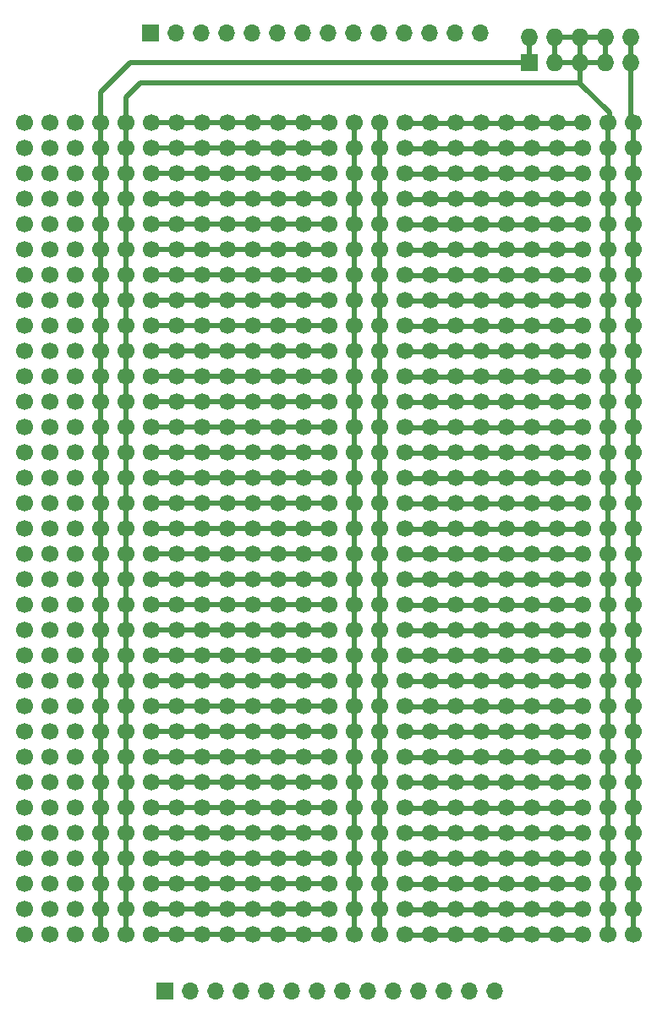
<source format=gbr>
%TF.GenerationSoftware,KiCad,Pcbnew,(6.0.8-1)-1*%
%TF.CreationDate,2023-02-02T10:16:17-05:00*%
%TF.ProjectId,protopcb,70726f74-6f70-4636-922e-6b696361645f,rev?*%
%TF.SameCoordinates,Original*%
%TF.FileFunction,Copper,L1,Top*%
%TF.FilePolarity,Positive*%
%FSLAX46Y46*%
G04 Gerber Fmt 4.6, Leading zero omitted, Abs format (unit mm)*
G04 Created by KiCad (PCBNEW (6.0.8-1)-1) date 2023-02-02 10:16:17*
%MOMM*%
%LPD*%
G01*
G04 APERTURE LIST*
%TA.AperFunction,ComponentPad*%
%ADD10R,1.700000X1.700000*%
%TD*%
%TA.AperFunction,ComponentPad*%
%ADD11O,1.700000X1.700000*%
%TD*%
%TA.AperFunction,ComponentPad*%
%ADD12C,1.700000*%
%TD*%
%TA.AperFunction,ComponentPad*%
%ADD13O,1.727200X1.727200*%
%TD*%
%TA.AperFunction,ComponentPad*%
%ADD14R,1.727200X1.727200*%
%TD*%
%TA.AperFunction,Conductor*%
%ADD15C,0.500000*%
%TD*%
G04 APERTURE END LIST*
D10*
%TO.P,REF\u002A\u002A,1*%
%TO.N,N/C*%
X48500000Y-128975000D03*
D11*
%TO.P,REF\u002A\u002A,2*%
X51040000Y-128975000D03*
%TO.P,REF\u002A\u002A,3*%
X53580000Y-128975000D03*
%TO.P,REF\u002A\u002A,4*%
X56120000Y-128975000D03*
%TO.P,REF\u002A\u002A,5*%
X58660000Y-128975000D03*
%TO.P,REF\u002A\u002A,6*%
X61200000Y-128975000D03*
%TO.P,REF\u002A\u002A,7*%
X63740000Y-128975000D03*
%TO.P,REF\u002A\u002A,8*%
X66280000Y-128975000D03*
%TO.P,REF\u002A\u002A,9*%
X68820000Y-128975000D03*
%TO.P,REF\u002A\u002A,10*%
X71360000Y-128975000D03*
%TO.P,REF\u002A\u002A,11*%
X73900000Y-128975000D03*
%TO.P,REF\u002A\u002A,12*%
X76440000Y-128975000D03*
%TO.P,REF\u002A\u002A,13*%
X78980000Y-128975000D03*
%TO.P,REF\u002A\u002A,14*%
X81520000Y-128975000D03*
%TD*%
D10*
%TO.P,REF\u002A\u002A,1*%
%TO.N,N/C*%
X47000000Y-33000000D03*
D11*
%TO.P,REF\u002A\u002A,2*%
X49540000Y-33000000D03*
%TO.P,REF\u002A\u002A,3*%
X52080000Y-33000000D03*
%TO.P,REF\u002A\u002A,4*%
X54620000Y-33000000D03*
%TO.P,REF\u002A\u002A,5*%
X57160000Y-33000000D03*
%TO.P,REF\u002A\u002A,6*%
X59700000Y-33000000D03*
%TO.P,REF\u002A\u002A,7*%
X62240000Y-33000000D03*
%TO.P,REF\u002A\u002A,8*%
X64780000Y-33000000D03*
%TO.P,REF\u002A\u002A,9*%
X67320000Y-33000000D03*
%TO.P,REF\u002A\u002A,10*%
X69860000Y-33000000D03*
%TO.P,REF\u002A\u002A,11*%
X72400000Y-33000000D03*
%TO.P,REF\u002A\u002A,12*%
X74940000Y-33000000D03*
%TO.P,REF\u002A\u002A,13*%
X77480000Y-33000000D03*
%TO.P,REF\u002A\u002A,14*%
X80020000Y-33000000D03*
%TD*%
D12*
%TO.P,REF\u002A\u002A566,*%
%TO.N,*%
X87720000Y-77590000D03*
%TD*%
%TO.P,REF\u002A\u002A624,*%
%TO.N,*%
X72480000Y-97910000D03*
%TD*%
%TO.P,REF\u002A\u002A112,*%
%TO.N,*%
X47080000Y-49650000D03*
%TD*%
%TO.P,REF\u002A\u002A374,*%
%TO.N,*%
X67400000Y-54730000D03*
%TD*%
%TO.P,REF\u002A\u002A813,*%
%TO.N,*%
X39460000Y-54730000D03*
%TD*%
%TO.P,REF\u002A\u002A94,*%
%TO.N,*%
X62320000Y-42030000D03*
%TD*%
%TO.P,REF\u002A\u002A586,*%
%TO.N,*%
X77560000Y-85210000D03*
%TD*%
%TO.P,REF\u002A\u002A603,*%
%TO.N,*%
X80100000Y-90290000D03*
%TD*%
%TO.P,REF\u002A\u002A597,*%
%TO.N,*%
X85180000Y-87750000D03*
%TD*%
%TO.P,REF\u002A\u002A54,*%
%TO.N,*%
X42000000Y-105530000D03*
%TD*%
%TO.P,REF\u002A\u002A404,*%
%TO.N,*%
X67400000Y-92830000D03*
%TD*%
%TO.P,REF\u002A\u002A874,*%
%TO.N,*%
X36920000Y-105530000D03*
%TD*%
%TO.P,REF\u002A\u002A247,*%
%TO.N,*%
X64860000Y-90290000D03*
%TD*%
%TO.P,REF\u002A\u002A470,*%
%TO.N,*%
X87720000Y-47110000D03*
%TD*%
%TO.P,REF\u002A\u002A348,*%
%TO.N,*%
X57240000Y-123310000D03*
%TD*%
%TO.P,REF\u002A\u002A393,*%
%TO.N,*%
X69940000Y-77590000D03*
%TD*%
%TO.P,REF\u002A\u002A479,*%
%TO.N,*%
X90260000Y-49650000D03*
%TD*%
%TO.P,REF\u002A\u002A129,*%
%TO.N,*%
X49620000Y-54730000D03*
%TD*%
%TO.P,REF\u002A\u002A692,*%
%TO.N,*%
X82640000Y-118230000D03*
%TD*%
%TO.P,REF\u002A\u002A7,*%
%TO.N,*%
X44540000Y-44570000D03*
%TD*%
%TO.P,REF\u002A\u002A852,*%
%TO.N,*%
X39460000Y-87750000D03*
%TD*%
%TO.P,REF\u002A\u002A755,*%
%TO.N,*%
X95340000Y-80130000D03*
%TD*%
%TO.P,REF\u002A\u002A290,*%
%TO.N,*%
X52160000Y-105530000D03*
%TD*%
%TO.P,REF\u002A\u002A221,*%
%TO.N,*%
X59780000Y-82670000D03*
%TD*%
%TO.P,REF\u002A\u002A340,*%
%TO.N,*%
X57240000Y-120770000D03*
%TD*%
%TO.P,REF\u002A\u002A22,*%
%TO.N,*%
X42000000Y-64890000D03*
%TD*%
%TO.P,REF\u002A\u002A146,*%
%TO.N,*%
X52160000Y-59810000D03*
%TD*%
%TO.P,REF\u002A\u002A103,*%
%TO.N,*%
X64860000Y-44570000D03*
%TD*%
%TO.P,REF\u002A\u002A256,*%
%TO.N,*%
X47080000Y-95370000D03*
%TD*%
%TO.P,REF\u002A\u002A872,*%
%TO.N,*%
X34380000Y-102990000D03*
%TD*%
%TO.P,REF\u002A\u002A672,*%
%TO.N,*%
X72480000Y-113150000D03*
%TD*%
%TO.P,REF\u002A\u002A826,*%
%TO.N,*%
X36920000Y-64890000D03*
%TD*%
%TO.P,REF\u002A\u002A625,*%
%TO.N,*%
X75020000Y-97910000D03*
%TD*%
%TO.P,REF\u002A\u002A600,*%
%TO.N,*%
X72480000Y-90290000D03*
%TD*%
%TO.P,REF\u002A\u002A843,*%
%TO.N,*%
X39460000Y-80130000D03*
%TD*%
%TO.P,REF\u002A\u002A132,*%
%TO.N,*%
X57240000Y-54730000D03*
%TD*%
%TO.P,REF\u002A\u002A151,*%
%TO.N,*%
X64860000Y-59810000D03*
%TD*%
%TO.P,REF\u002A\u002A664,*%
%TO.N,*%
X72480000Y-110610000D03*
%TD*%
%TO.P,REF\u002A\u002A724,*%
%TO.N,*%
X92800000Y-42030000D03*
%TD*%
%TO.P,REF\u002A\u002A840,*%
%TO.N,*%
X39460000Y-77590000D03*
%TD*%
%TO.P,REF\u002A\u002A613,*%
%TO.N,*%
X85180000Y-92830000D03*
%TD*%
%TO.P,REF\u002A\u002A815,*%
%TO.N,*%
X34380000Y-54730000D03*
%TD*%
%TO.P,REF\u002A\u002A427,*%
%TO.N,*%
X69940000Y-120770000D03*
%TD*%
%TO.P,REF\u002A\u002A499,*%
%TO.N,*%
X80100000Y-57270000D03*
%TD*%
%TO.P,REF\u002A\u002A253,*%
%TO.N,*%
X59780000Y-92830000D03*
%TD*%
%TO.P,REF\u002A\u002A315,*%
%TO.N,*%
X54700000Y-113150000D03*
%TD*%
%TO.P,REF\u002A\u002A509,*%
%TO.N,*%
X85180000Y-59810000D03*
%TD*%
%TO.P,REF\u002A\u002A810,*%
%TO.N,*%
X39460000Y-52190000D03*
%TD*%
%TO.P,REF\u002A\u002A91,*%
%TO.N,*%
X54700000Y-42030000D03*
%TD*%
%TO.P,REF\u002A\u002A809,*%
%TO.N,*%
X34380000Y-49650000D03*
%TD*%
%TO.P,REF\u002A\u002A156,*%
%TO.N,*%
X57240000Y-62350000D03*
%TD*%
%TO.P,REF\u002A\u002A35,*%
%TO.N,*%
X44540000Y-80130000D03*
%TD*%
%TO.P,REF\u002A\u002A730,*%
%TO.N,*%
X92800000Y-49650000D03*
%TD*%
%TO.P,REF\u002A\u002A514,*%
%TO.N,*%
X77560000Y-62350000D03*
%TD*%
%TO.P,REF\u002A\u002A411,*%
%TO.N,*%
X69940000Y-100450000D03*
%TD*%
%TO.P,REF\u002A\u002A49,*%
%TO.N,*%
X44540000Y-97910000D03*
%TD*%
%TO.P,REF\u002A\u002A425,*%
%TO.N,*%
X69940000Y-118230000D03*
%TD*%
%TO.P,REF\u002A\u002A473,*%
%TO.N,*%
X75020000Y-49650000D03*
%TD*%
%TO.P,REF\u002A\u002A847,*%
%TO.N,*%
X36920000Y-82670000D03*
%TD*%
%TO.P,REF\u002A\u002A650,*%
%TO.N,*%
X77560000Y-105530000D03*
%TD*%
%TO.P,REF\u002A\u002A131,*%
%TO.N,*%
X54700000Y-54730000D03*
%TD*%
%TO.P,REF\u002A\u002A124,*%
%TO.N,*%
X57240000Y-52190000D03*
%TD*%
%TO.P,REF\u002A\u002A846,*%
%TO.N,*%
X39460000Y-82670000D03*
%TD*%
%TO.P,REF\u002A\u002A816,*%
%TO.N,*%
X39460000Y-57270000D03*
%TD*%
%TO.P,REF\u002A\u002A832,*%
%TO.N,*%
X36920000Y-69970000D03*
%TD*%
%TO.P,REF\u002A\u002A656,*%
%TO.N,*%
X72480000Y-108070000D03*
%TD*%
%TO.P,REF\u002A\u002A5,*%
%TO.N,*%
X44540000Y-42030000D03*
%TD*%
%TO.P,REF\u002A\u002A576,*%
%TO.N,*%
X72480000Y-82670000D03*
%TD*%
%TO.P,REF\u002A\u002A341,*%
%TO.N,*%
X59780000Y-120770000D03*
%TD*%
%TO.P,REF\u002A\u002A136,*%
%TO.N,*%
X47080000Y-57270000D03*
%TD*%
%TO.P,REF\u002A\u002A488,*%
%TO.N,*%
X72480000Y-54730000D03*
%TD*%
%TO.P,REF\u002A\u002A119,*%
%TO.N,*%
X64860000Y-49650000D03*
%TD*%
%TO.P,REF\u002A\u002A465,*%
%TO.N,*%
X75020000Y-47110000D03*
%TD*%
%TO.P,REF\u002A\u002A396,*%
%TO.N,*%
X67400000Y-82670000D03*
%TD*%
%TO.P,REF\u002A\u002A116,*%
%TO.N,*%
X57240000Y-49650000D03*
%TD*%
%TO.P,REF\u002A\u002A334,*%
%TO.N,*%
X62320000Y-118230000D03*
%TD*%
%TO.P,REF\u002A\u002A263,*%
%TO.N,*%
X64860000Y-95370000D03*
%TD*%
%TO.P,REF\u002A\u002A240,*%
%TO.N,*%
X47080000Y-90290000D03*
%TD*%
%TO.P,REF\u002A\u002A674,*%
%TO.N,*%
X77560000Y-113150000D03*
%TD*%
%TO.P,REF\u002A\u002A428,*%
%TO.N,*%
X67400000Y-123310000D03*
%TD*%
%TO.P,REF\u002A\u002A323,*%
%TO.N,*%
X54700000Y-115690000D03*
%TD*%
%TO.P,REF\u002A\u002A410,*%
%TO.N,*%
X67400000Y-100450000D03*
%TD*%
%TO.P,REF\u002A\u002A571,*%
%TO.N,*%
X80100000Y-80130000D03*
%TD*%
%TO.P,REF\u002A\u002A43,*%
%TO.N,*%
X44540000Y-90290000D03*
%TD*%
%TO.P,REF\u002A\u002A420,*%
%TO.N,*%
X67400000Y-113150000D03*
%TD*%
%TO.P,REF\u002A\u002A610,*%
%TO.N,*%
X77560000Y-92830000D03*
%TD*%
%TO.P,REF\u002A\u002A58,*%
%TO.N,*%
X42000000Y-110610000D03*
%TD*%
%TO.P,REF\u002A\u002A314,*%
%TO.N,*%
X52160000Y-113150000D03*
%TD*%
%TO.P,REF\u002A\u002A825,*%
%TO.N,*%
X39460000Y-64890000D03*
%TD*%
%TO.P,REF\u002A\u002A351,*%
%TO.N,*%
X64860000Y-123310000D03*
%TD*%
%TO.P,REF\u002A\u002A848,*%
%TO.N,*%
X34380000Y-82670000D03*
%TD*%
%TO.P,REF\u002A\u002A342,*%
%TO.N,*%
X62320000Y-120770000D03*
%TD*%
%TO.P,REF\u002A\u002A38,*%
%TO.N,*%
X42000000Y-85210000D03*
%TD*%
%TO.P,REF\u002A\u002A413,*%
%TO.N,*%
X69940000Y-102990000D03*
%TD*%
%TO.P,REF\u002A\u002A701,*%
%TO.N,*%
X85180000Y-120770000D03*
%TD*%
%TO.P,REF\u002A\u002A828,*%
%TO.N,*%
X39460000Y-67430000D03*
%TD*%
%TO.P,REF\u002A\u002A37,*%
%TO.N,*%
X44540000Y-82670000D03*
%TD*%
%TO.P,REF\u002A\u002A423,*%
%TO.N,*%
X69940000Y-115690000D03*
%TD*%
%TO.P,REF\u002A\u002A655,*%
%TO.N,*%
X90260000Y-105530000D03*
%TD*%
%TO.P,REF\u002A\u002A333,*%
%TO.N,*%
X59780000Y-118230000D03*
%TD*%
%TO.P,REF\u002A\u002A881,*%
%TO.N,*%
X34380000Y-110610000D03*
%TD*%
%TO.P,REF\u002A\u002A254,*%
%TO.N,*%
X62320000Y-92830000D03*
%TD*%
%TO.P,REF\u002A\u002A618,*%
%TO.N,*%
X77560000Y-95370000D03*
%TD*%
%TO.P,REF\u002A\u002A642,*%
%TO.N,*%
X77560000Y-102990000D03*
%TD*%
%TO.P,REF\u002A\u002A99,*%
%TO.N,*%
X54700000Y-44570000D03*
%TD*%
%TO.P,REF\u002A\u002A760,*%
%TO.N,*%
X92800000Y-87750000D03*
%TD*%
%TO.P,REF\u002A\u002A400,*%
%TO.N,*%
X67400000Y-87750000D03*
%TD*%
%TO.P,REF\u002A\u002A65,*%
%TO.N,*%
X44540000Y-118230000D03*
%TD*%
%TO.P,REF\u002A\u002A658,*%
%TO.N,*%
X77560000Y-108070000D03*
%TD*%
%TO.P,REF\u002A\u002A740,*%
%TO.N,*%
X92800000Y-62350000D03*
%TD*%
%TO.P,REF\u002A\u002A369,*%
%TO.N,*%
X69940000Y-47110000D03*
%TD*%
%TO.P,REF\u002A\u002A648,*%
%TO.N,*%
X72480000Y-105530000D03*
%TD*%
%TO.P,REF\u002A\u002A882,*%
%TO.N,*%
X39460000Y-113150000D03*
%TD*%
%TO.P,REF\u002A\u002A827,*%
%TO.N,*%
X34380000Y-64890000D03*
%TD*%
%TO.P,REF\u002A\u002A311,*%
%TO.N,*%
X64860000Y-110610000D03*
%TD*%
%TO.P,REF\u002A\u002A391,*%
%TO.N,*%
X69940000Y-75050000D03*
%TD*%
%TO.P,REF\u002A\u002A398,*%
%TO.N,*%
X67400000Y-85210000D03*
%TD*%
%TO.P,REF\u002A\u002A335,*%
%TO.N,*%
X64860000Y-118230000D03*
%TD*%
%TO.P,REF\u002A\u002A876,*%
%TO.N,*%
X39460000Y-108070000D03*
%TD*%
%TO.P,REF\u002A\u002A679,*%
%TO.N,*%
X90260000Y-113150000D03*
%TD*%
%TO.P,REF\u002A\u002A246,*%
%TO.N,*%
X62320000Y-90290000D03*
%TD*%
%TO.P,REF\u002A\u002A612,*%
%TO.N,*%
X82640000Y-92830000D03*
%TD*%
%TO.P,REF\u002A\u002A274,*%
%TO.N,*%
X52160000Y-100450000D03*
%TD*%
%TO.P,REF\u002A\u002A764,*%
%TO.N,*%
X92800000Y-92830000D03*
%TD*%
%TO.P,REF\u002A\u002A261,*%
%TO.N,*%
X59780000Y-95370000D03*
%TD*%
%TO.P,REF\u002A\u002A812,*%
%TO.N,*%
X34380000Y-52190000D03*
%TD*%
%TO.P,REF\u002A\u002A457,*%
%TO.N,*%
X75020000Y-44570000D03*
%TD*%
%TO.P,REF\u002A\u002A276,*%
%TO.N,*%
X57240000Y-100450000D03*
%TD*%
%TO.P,REF\u002A\u002A330,*%
%TO.N,*%
X52160000Y-118230000D03*
%TD*%
%TO.P,REF\u002A\u002A46,*%
%TO.N,*%
X42000000Y-95370000D03*
%TD*%
%TO.P,REF\u002A\u002A676,*%
%TO.N,*%
X82640000Y-113150000D03*
%TD*%
%TO.P,REF\u002A\u002A223,*%
%TO.N,*%
X64860000Y-82670000D03*
%TD*%
%TO.P,REF\u002A\u002A546,*%
%TO.N,*%
X77560000Y-72510000D03*
%TD*%
%TO.P,REF\u002A\u002A781,*%
%TO.N,*%
X95340000Y-113150000D03*
%TD*%
%TO.P,REF\u002A\u002A111,*%
%TO.N,*%
X64860000Y-47110000D03*
%TD*%
%TO.P,REF\u002A\u002A468,*%
%TO.N,*%
X82640000Y-47110000D03*
%TD*%
%TO.P,REF\u002A\u002A388,*%
%TO.N,*%
X67400000Y-72510000D03*
%TD*%
%TO.P,REF\u002A\u002A628,*%
%TO.N,*%
X82640000Y-97910000D03*
%TD*%
%TO.P,REF\u002A\u002A225,*%
%TO.N,*%
X49620000Y-85210000D03*
%TD*%
%TO.P,REF\u002A\u002A634,*%
%TO.N,*%
X77560000Y-100450000D03*
%TD*%
%TO.P,REF\u002A\u002A380,*%
%TO.N,*%
X67400000Y-62350000D03*
%TD*%
%TO.P,REF\u002A\u002A209,*%
%TO.N,*%
X49620000Y-80130000D03*
%TD*%
%TO.P,REF\u002A\u002A523,*%
%TO.N,*%
X80100000Y-64890000D03*
%TD*%
%TO.P,REF\u002A\u002A532,*%
%TO.N,*%
X82640000Y-67430000D03*
%TD*%
%TO.P,REF\u002A\u002A638,*%
%TO.N,*%
X87720000Y-100450000D03*
%TD*%
%TO.P,REF\u002A\u002A619,*%
%TO.N,*%
X80100000Y-95370000D03*
%TD*%
%TO.P,REF\u002A\u002A419,*%
%TO.N,*%
X69940000Y-110610000D03*
%TD*%
%TO.P,REF\u002A\u002A892,*%
%TO.N,*%
X36920000Y-120770000D03*
%TD*%
%TO.P,REF\u002A\u002A33,*%
%TO.N,*%
X44540000Y-77590000D03*
%TD*%
%TO.P,REF\u002A\u002A841,*%
%TO.N,*%
X36920000Y-77590000D03*
%TD*%
%TO.P,REF\u002A\u002A224,*%
%TO.N,*%
X47080000Y-85210000D03*
%TD*%
%TO.P,REF\u002A\u002A205,*%
%TO.N,*%
X59780000Y-77590000D03*
%TD*%
%TO.P,REF\u002A\u002A459,*%
%TO.N,*%
X80100000Y-44570000D03*
%TD*%
%TO.P,REF\u002A\u002A787,*%
%TO.N,*%
X95340000Y-120770000D03*
%TD*%
%TO.P,REF\u002A\u002A252,*%
%TO.N,*%
X57240000Y-92830000D03*
%TD*%
%TO.P,REF\u002A\u002A170,*%
%TO.N,*%
X52160000Y-67430000D03*
%TD*%
%TO.P,REF\u002A\u002A220,*%
%TO.N,*%
X57240000Y-82670000D03*
%TD*%
%TO.P,REF\u002A\u002A498,*%
%TO.N,*%
X77560000Y-57270000D03*
%TD*%
%TO.P,REF\u002A\u002A703,*%
%TO.N,*%
X90260000Y-120770000D03*
%TD*%
%TO.P,REF\u002A\u002A390,*%
%TO.N,*%
X67400000Y-75050000D03*
%TD*%
%TO.P,REF\u002A\u002A14,*%
%TO.N,*%
X42000000Y-54730000D03*
%TD*%
%TO.P,REF\u002A\u002A896,*%
%TO.N,*%
X34380000Y-123310000D03*
%TD*%
%TO.P,REF\u002A\u002A822,*%
%TO.N,*%
X39460000Y-62350000D03*
%TD*%
%TO.P,REF\u002A\u002A867,*%
%TO.N,*%
X39460000Y-100450000D03*
%TD*%
%TO.P,REF\u002A\u002A161,*%
%TO.N,*%
X49620000Y-64890000D03*
%TD*%
%TO.P,REF\u002A\u002A394,*%
%TO.N,*%
X67400000Y-80130000D03*
%TD*%
%TO.P,REF\u002A\u002A200,*%
%TO.N,*%
X47080000Y-77590000D03*
%TD*%
%TO.P,REF\u002A\u002A553,*%
%TO.N,*%
X75020000Y-75050000D03*
%TD*%
%TO.P,REF\u002A\u002A134,*%
%TO.N,*%
X62320000Y-54730000D03*
%TD*%
%TO.P,REF\u002A\u002A347,*%
%TO.N,*%
X54700000Y-123310000D03*
%TD*%
%TO.P,REF\u002A\u002A639,*%
%TO.N,*%
X90260000Y-100450000D03*
%TD*%
%TO.P,REF\u002A\u002A40,*%
%TO.N,*%
X42000000Y-87750000D03*
%TD*%
%TO.P,REF\u002A\u002A680,*%
%TO.N,*%
X72480000Y-115690000D03*
%TD*%
%TO.P,REF\u002A\u002A120,*%
%TO.N,*%
X47080000Y-52190000D03*
%TD*%
%TO.P,REF\u002A\u002A549,*%
%TO.N,*%
X85180000Y-72510000D03*
%TD*%
%TO.P,REF\u002A\u002A168,*%
%TO.N,*%
X47080000Y-67430000D03*
%TD*%
%TO.P,REF\u002A\u002A766,*%
%TO.N,*%
X92800000Y-95370000D03*
%TD*%
%TO.P,REF\u002A\u002A115,*%
%TO.N,*%
X54700000Y-49650000D03*
%TD*%
%TO.P,REF\u002A\u002A267,*%
%TO.N,*%
X54700000Y-97910000D03*
%TD*%
%TO.P,REF\u002A\u002A551,*%
%TO.N,*%
X90260000Y-72510000D03*
%TD*%
%TO.P,REF\u002A\u002A346,*%
%TO.N,*%
X52160000Y-123310000D03*
%TD*%
%TO.P,REF\u002A\u002A749,*%
%TO.N,*%
X95340000Y-72510000D03*
%TD*%
%TO.P,REF\u002A\u002A875,*%
%TO.N,*%
X34380000Y-105530000D03*
%TD*%
%TO.P,REF\u002A\u002A367,*%
%TO.N,*%
X69940000Y-44570000D03*
%TD*%
%TO.P,REF\u002A\u002A871,*%
%TO.N,*%
X36920000Y-102990000D03*
%TD*%
%TO.P,REF\u002A\u002A693,*%
%TO.N,*%
X85180000Y-118230000D03*
%TD*%
%TO.P,REF\u002A\u002A371,*%
%TO.N,*%
X69940000Y-49650000D03*
%TD*%
%TO.P,REF\u002A\u002A56,*%
%TO.N,*%
X42000000Y-108070000D03*
%TD*%
%TO.P,REF\u002A\u002A880,*%
%TO.N,*%
X36920000Y-110610000D03*
%TD*%
%TO.P,REF\u002A\u002A42,*%
%TO.N,*%
X42000000Y-90290000D03*
%TD*%
%TO.P,REF\u002A\u002A109,*%
%TO.N,*%
X59780000Y-47110000D03*
%TD*%
%TO.P,REF\u002A\u002A660,*%
%TO.N,*%
X82640000Y-108070000D03*
%TD*%
%TO.P,REF\u002A\u002A458,*%
%TO.N,*%
X77560000Y-44570000D03*
%TD*%
%TO.P,REF\u002A\u002A684,*%
%TO.N,*%
X82640000Y-115690000D03*
%TD*%
%TO.P,REF\u002A\u002A862,*%
%TO.N,*%
X36920000Y-95370000D03*
%TD*%
%TO.P,REF\u002A\u002A890,*%
%TO.N,*%
X34380000Y-118230000D03*
%TD*%
%TO.P,REF\u002A\u002A678,*%
%TO.N,*%
X87720000Y-113150000D03*
%TD*%
%TO.P,REF\u002A\u002A281,*%
%TO.N,*%
X49620000Y-102990000D03*
%TD*%
%TO.P,REF\u002A\u002A97,*%
%TO.N,*%
X49620000Y-44570000D03*
%TD*%
%TO.P,REF\u002A\u002A166,*%
%TO.N,*%
X62320000Y-64890000D03*
%TD*%
%TO.P,REF\u002A\u002A255,*%
%TO.N,*%
X64860000Y-92830000D03*
%TD*%
%TO.P,REF\u002A\u002A682,*%
%TO.N,*%
X77560000Y-115690000D03*
%TD*%
%TO.P,REF\u002A\u002A102,*%
%TO.N,*%
X62320000Y-44570000D03*
%TD*%
%TO.P,REF\u002A\u002A697,*%
%TO.N,*%
X75020000Y-120770000D03*
%TD*%
%TO.P,REF\u002A\u002A598,*%
%TO.N,*%
X87720000Y-87750000D03*
%TD*%
%TO.P,REF\u002A\u002A744,*%
%TO.N,*%
X92800000Y-67430000D03*
%TD*%
%TO.P,REF\u002A\u002A536,*%
%TO.N,*%
X72480000Y-69970000D03*
%TD*%
%TO.P,REF\u002A\u002A67,*%
%TO.N,*%
X44540000Y-120770000D03*
%TD*%
%TO.P,REF\u002A\u002A510,*%
%TO.N,*%
X87720000Y-59810000D03*
%TD*%
%TO.P,REF\u002A\u002A685,*%
%TO.N,*%
X85180000Y-115690000D03*
%TD*%
%TO.P,REF\u002A\u002A574,*%
%TO.N,*%
X87720000Y-80130000D03*
%TD*%
%TO.P,REF\u002A\u002A630,*%
%TO.N,*%
X87720000Y-97910000D03*
%TD*%
%TO.P,REF\u002A\u002A506,*%
%TO.N,*%
X77560000Y-59810000D03*
%TD*%
%TO.P,REF\u002A\u002A6,*%
%TO.N,*%
X42000000Y-44570000D03*
%TD*%
%TO.P,REF\u002A\u002A609,*%
%TO.N,*%
X75020000Y-92830000D03*
%TD*%
%TO.P,REF\u002A\u002A55,*%
%TO.N,*%
X44540000Y-105530000D03*
%TD*%
%TO.P,REF\u002A\u002A30,*%
%TO.N,*%
X42000000Y-75050000D03*
%TD*%
%TO.P,REF\u002A\u002A519,*%
%TO.N,*%
X90260000Y-62350000D03*
%TD*%
%TO.P,REF\u002A\u002A421,*%
%TO.N,*%
X69940000Y-113150000D03*
%TD*%
%TO.P,REF\u002A\u002A654,*%
%TO.N,*%
X87720000Y-105530000D03*
%TD*%
%TO.P,REF\u002A\u002A741,*%
%TO.N,*%
X95340000Y-62350000D03*
%TD*%
%TO.P,REF\u002A\u002A853,*%
%TO.N,*%
X36920000Y-87750000D03*
%TD*%
%TO.P,REF\u002A\u002A505,*%
%TO.N,*%
X75020000Y-59810000D03*
%TD*%
%TO.P,REF\u002A\u002A125,*%
%TO.N,*%
X59780000Y-52190000D03*
%TD*%
%TO.P,REF\u002A\u002A196,*%
%TO.N,*%
X57240000Y-75050000D03*
%TD*%
%TO.P,REF\u002A\u002A725,*%
%TO.N,*%
X95340000Y-42030000D03*
%TD*%
%TO.P,REF\u002A\u002A302,*%
%TO.N,*%
X62320000Y-108070000D03*
%TD*%
%TO.P,REF\u002A\u002A746,*%
%TO.N,*%
X92800000Y-69970000D03*
%TD*%
%TO.P,REF\u002A\u002A583,*%
%TO.N,*%
X90260000Y-82670000D03*
%TD*%
%TO.P,REF\u002A\u002A326,*%
%TO.N,*%
X62320000Y-115690000D03*
%TD*%
%TO.P,REF\u002A\u002A26,*%
%TO.N,*%
X42000000Y-69970000D03*
%TD*%
%TO.P,REF\u002A\u002A268,*%
%TO.N,*%
X57240000Y-97910000D03*
%TD*%
%TO.P,REF\u002A\u002A833,*%
%TO.N,*%
X34380000Y-69970000D03*
%TD*%
%TO.P,REF\u002A\u002A188,*%
%TO.N,*%
X57240000Y-72510000D03*
%TD*%
%TO.P,REF\u002A\u002A635,*%
%TO.N,*%
X80100000Y-100450000D03*
%TD*%
%TO.P,REF\u002A\u002A561,*%
%TO.N,*%
X75020000Y-77590000D03*
%TD*%
%TO.P,REF\u002A\u002A295,*%
%TO.N,*%
X64860000Y-105530000D03*
%TD*%
%TO.P,REF\u002A\u002A585,*%
%TO.N,*%
X75020000Y-85210000D03*
%TD*%
%TO.P,REF\u002A\u002A325,*%
%TO.N,*%
X59780000Y-115690000D03*
%TD*%
%TO.P,REF\u002A\u002A29,*%
%TO.N,*%
X44540000Y-72510000D03*
%TD*%
%TO.P,REF\u002A\u002A318,*%
%TO.N,*%
X62320000Y-113150000D03*
%TD*%
%TO.P,REF\u002A\u002A462,*%
%TO.N,*%
X87720000Y-44570000D03*
%TD*%
%TO.P,REF\u002A\u002A469,*%
%TO.N,*%
X85180000Y-47110000D03*
%TD*%
%TO.P,REF\u002A\u002A607,*%
%TO.N,*%
X90260000Y-90290000D03*
%TD*%
%TO.P,REF\u002A\u002A736,*%
%TO.N,*%
X92800000Y-57270000D03*
%TD*%
%TO.P,REF\u002A\u002A768,*%
%TO.N,*%
X92800000Y-97910000D03*
%TD*%
%TO.P,REF\u002A\u002A381,*%
%TO.N,*%
X69940000Y-62350000D03*
%TD*%
%TO.P,REF\u002A\u002A272,*%
%TO.N,*%
X47080000Y-100450000D03*
%TD*%
%TO.P,REF\u002A\u002A802,*%
%TO.N,*%
X36920000Y-44570000D03*
%TD*%
%TO.P,REF\u002A\u002A244,*%
%TO.N,*%
X57240000Y-90290000D03*
%TD*%
%TO.P,REF\u002A\u002A548,*%
%TO.N,*%
X82640000Y-72510000D03*
%TD*%
%TO.P,REF\u002A\u002A128,*%
%TO.N,*%
X47080000Y-54730000D03*
%TD*%
%TO.P,REF\u002A\u002A704,*%
%TO.N,*%
X72480000Y-123310000D03*
%TD*%
%TO.P,REF\u002A\u002A799,*%
%TO.N,*%
X36920000Y-42030000D03*
%TD*%
%TO.P,REF\u002A\u002A555,*%
%TO.N,*%
X80100000Y-75050000D03*
%TD*%
%TO.P,REF\u002A\u002A13,*%
%TO.N,*%
X44540000Y-52190000D03*
%TD*%
%TO.P,REF\u002A\u002A854,*%
%TO.N,*%
X34380000Y-87750000D03*
%TD*%
%TO.P,REF\u002A\u002A491,*%
%TO.N,*%
X80100000Y-54730000D03*
%TD*%
%TO.P,REF\u002A\u002A858,*%
%TO.N,*%
X39460000Y-92830000D03*
%TD*%
%TO.P,REF\u002A\u002A241,*%
%TO.N,*%
X49620000Y-90290000D03*
%TD*%
%TO.P,REF\u002A\u002A429,*%
%TO.N,*%
X69940000Y-123310000D03*
%TD*%
%TO.P,REF\u002A\u002A888,*%
%TO.N,*%
X39460000Y-118230000D03*
%TD*%
%TO.P,REF\u002A\u002A729,*%
%TO.N,*%
X95340000Y-47110000D03*
%TD*%
%TO.P,REF\u002A\u002A485,*%
%TO.N,*%
X85180000Y-52190000D03*
%TD*%
%TO.P,REF\u002A\u002A686,*%
%TO.N,*%
X87720000Y-115690000D03*
%TD*%
%TO.P,REF\u002A\u002A580,*%
%TO.N,*%
X82640000Y-82670000D03*
%TD*%
%TO.P,REF\u002A\u002A155,*%
%TO.N,*%
X54700000Y-62350000D03*
%TD*%
%TO.P,REF\u002A\u002A93,*%
%TO.N,*%
X59780000Y-42030000D03*
%TD*%
%TO.P,REF\u002A\u002A370,*%
%TO.N,*%
X67400000Y-49650000D03*
%TD*%
%TO.P,REF\u002A\u002A216,*%
%TO.N,*%
X47080000Y-82670000D03*
%TD*%
%TO.P,REF\u002A\u002A157,*%
%TO.N,*%
X59780000Y-62350000D03*
%TD*%
%TO.P,REF\u002A\u002A483,*%
%TO.N,*%
X80100000Y-52190000D03*
%TD*%
%TO.P,REF\u002A\u002A554,*%
%TO.N,*%
X77560000Y-75050000D03*
%TD*%
%TO.P,REF\u002A\u002A868,*%
%TO.N,*%
X36920000Y-100450000D03*
%TD*%
%TO.P,REF\u002A\u002A804,*%
%TO.N,*%
X39460000Y-47110000D03*
%TD*%
%TO.P,REF\u002A\u002A577,*%
%TO.N,*%
X75020000Y-82670000D03*
%TD*%
%TO.P,REF\u002A\u002A160,*%
%TO.N,*%
X47080000Y-64890000D03*
%TD*%
%TO.P,REF\u002A\u002A198,*%
%TO.N,*%
X62320000Y-75050000D03*
%TD*%
%TO.P,REF\u002A\u002A817,*%
%TO.N,*%
X36920000Y-57270000D03*
%TD*%
%TO.P,REF\u002A\u002A517,*%
%TO.N,*%
X85180000Y-62350000D03*
%TD*%
%TO.P,REF\u002A\u002A777,*%
%TO.N,*%
X95340000Y-108070000D03*
%TD*%
%TO.P,REF\u002A\u002A312,*%
%TO.N,*%
X47080000Y-113150000D03*
%TD*%
%TO.P,REF\u002A\u002A284,*%
%TO.N,*%
X57240000Y-102990000D03*
%TD*%
%TO.P,REF\u002A\u002A530,*%
%TO.N,*%
X77560000Y-67430000D03*
%TD*%
%TO.P,REF\u002A\u002A415,*%
%TO.N,*%
X69940000Y-105530000D03*
%TD*%
%TO.P,REF\u002A\u002A387,*%
%TO.N,*%
X69940000Y-69970000D03*
%TD*%
%TO.P,REF\u002A\u002A838,*%
%TO.N,*%
X36920000Y-75050000D03*
%TD*%
%TO.P,REF\u002A\u002A886,*%
%TO.N,*%
X36920000Y-115690000D03*
%TD*%
%TO.P,REF\u002A\u002A837,*%
%TO.N,*%
X39460000Y-75050000D03*
%TD*%
%TO.P,REF\u002A\u002A206,*%
%TO.N,*%
X62320000Y-77590000D03*
%TD*%
%TO.P,REF\u002A\u002A885,*%
%TO.N,*%
X39460000Y-115690000D03*
%TD*%
%TO.P,REF\u002A\u002A266,*%
%TO.N,*%
X52160000Y-97910000D03*
%TD*%
%TO.P,REF\u002A\u002A599,*%
%TO.N,*%
X90260000Y-87750000D03*
%TD*%
%TO.P,REF\u002A\u002A175,*%
%TO.N,*%
X64860000Y-67430000D03*
%TD*%
%TO.P,REF\u002A\u002A452,*%
%TO.N,*%
X82640000Y-42030000D03*
%TD*%
%TO.P,REF\u002A\u002A234,*%
%TO.N,*%
X52160000Y-87750000D03*
%TD*%
%TO.P,REF\u002A\u002A891,*%
%TO.N,*%
X39460000Y-120770000D03*
%TD*%
%TO.P,REF\u002A\u002A264,*%
%TO.N,*%
X47080000Y-97910000D03*
%TD*%
%TO.P,REF\u002A\u002A343,*%
%TO.N,*%
X64860000Y-120770000D03*
%TD*%
%TO.P,REF\u002A\u002A319,*%
%TO.N,*%
X64860000Y-113150000D03*
%TD*%
%TO.P,REF\u002A\u002A617,*%
%TO.N,*%
X75020000Y-95370000D03*
%TD*%
%TO.P,REF\u002A\u002A727,*%
%TO.N,*%
X95340000Y-44570000D03*
%TD*%
%TO.P,REF\u002A\u002A537,*%
%TO.N,*%
X75020000Y-69970000D03*
%TD*%
%TO.P,REF\u002A\u002A194,*%
%TO.N,*%
X52160000Y-75050000D03*
%TD*%
%TO.P,REF\u002A\u002A227,*%
%TO.N,*%
X54700000Y-85210000D03*
%TD*%
%TO.P,REF\u002A\u002A60,*%
%TO.N,*%
X42000000Y-113150000D03*
%TD*%
%TO.P,REF\u002A\u002A556,*%
%TO.N,*%
X82640000Y-75050000D03*
%TD*%
%TO.P,REF\u002A\u002A830,*%
%TO.N,*%
X34380000Y-67430000D03*
%TD*%
%TO.P,REF\u002A\u002A500,*%
%TO.N,*%
X82640000Y-57270000D03*
%TD*%
%TO.P,REF\u002A\u002A104,*%
%TO.N,*%
X47080000Y-47110000D03*
%TD*%
%TO.P,REF\u002A\u002A218,*%
%TO.N,*%
X52160000Y-82670000D03*
%TD*%
%TO.P,REF\u002A\u002A277,*%
%TO.N,*%
X59780000Y-100450000D03*
%TD*%
%TO.P,REF\u002A\u002A544,*%
%TO.N,*%
X72480000Y-72510000D03*
%TD*%
%TO.P,REF\u002A\u002A212,*%
%TO.N,*%
X57240000Y-80130000D03*
%TD*%
%TO.P,REF\u002A\u002A582,*%
%TO.N,*%
X87720000Y-82670000D03*
%TD*%
%TO.P,REF\u002A\u002A751,*%
%TO.N,*%
X95340000Y-75050000D03*
%TD*%
%TO.P,REF\u002A\u002A328,*%
%TO.N,*%
X47080000Y-118230000D03*
%TD*%
%TO.P,REF\u002A\u002A219,*%
%TO.N,*%
X54700000Y-82670000D03*
%TD*%
%TO.P,REF\u002A\u002A851,*%
%TO.N,*%
X34380000Y-85210000D03*
%TD*%
%TO.P,REF\u002A\u002A659,*%
%TO.N,*%
X80100000Y-108070000D03*
%TD*%
%TO.P,REF\u002A\u002A350,*%
%TO.N,*%
X62320000Y-123310000D03*
%TD*%
%TO.P,REF\u002A\u002A53,*%
%TO.N,*%
X44540000Y-102990000D03*
%TD*%
%TO.P,REF\u002A\u002A187,*%
%TO.N,*%
X54700000Y-72510000D03*
%TD*%
%TO.P,REF\u002A\u002A895,*%
%TO.N,*%
X36920000Y-123310000D03*
%TD*%
%TO.P,REF\u002A\u002A385,*%
%TO.N,*%
X69940000Y-67430000D03*
%TD*%
%TO.P,REF\u002A\u002A453,*%
%TO.N,*%
X85180000Y-42030000D03*
%TD*%
%TO.P,REF\u002A\u002A451,*%
%TO.N,*%
X80100000Y-42030000D03*
%TD*%
%TO.P,REF\u002A\u002A294,*%
%TO.N,*%
X62320000Y-105530000D03*
%TD*%
%TO.P,REF\u002A\u002A771,*%
%TO.N,*%
X95340000Y-100450000D03*
%TD*%
%TO.P,REF\u002A\u002A521,*%
%TO.N,*%
X75020000Y-64890000D03*
%TD*%
%TO.P,REF\u002A\u002A167,*%
%TO.N,*%
X64860000Y-64890000D03*
%TD*%
%TO.P,REF\u002A\u002A231,*%
%TO.N,*%
X64860000Y-85210000D03*
%TD*%
%TO.P,REF\u002A\u002A183,*%
%TO.N,*%
X64860000Y-69970000D03*
%TD*%
%TO.P,REF\u002A\u002A745,*%
%TO.N,*%
X95340000Y-67430000D03*
%TD*%
%TO.P,REF\u002A\u002A8,*%
%TO.N,*%
X42000000Y-47110000D03*
%TD*%
%TO.P,REF\u002A\u002A735,*%
%TO.N,*%
X95340000Y-54730000D03*
%TD*%
%TO.P,REF\u002A\u002A563,*%
%TO.N,*%
X80100000Y-77590000D03*
%TD*%
%TO.P,REF\u002A\u002A16,*%
%TO.N,*%
X42000000Y-57270000D03*
%TD*%
%TO.P,REF\u002A\u002A233,*%
%TO.N,*%
X49620000Y-87750000D03*
%TD*%
%TO.P,REF\u002A\u002A154,*%
%TO.N,*%
X52160000Y-62350000D03*
%TD*%
%TO.P,REF\u002A\u002A770,*%
%TO.N,*%
X92800000Y-100450000D03*
%TD*%
%TO.P,REF\u002A\u002A191,*%
%TO.N,*%
X64860000Y-72510000D03*
%TD*%
%TO.P,REF\u002A\u002A63,*%
%TO.N,*%
X44540000Y-115690000D03*
%TD*%
%TO.P,REF\u002A\u002A180,*%
%TO.N,*%
X57240000Y-69970000D03*
%TD*%
%TO.P,REF\u002A\u002A785,*%
%TO.N,*%
X95340000Y-118230000D03*
%TD*%
%TO.P,REF\u002A\u002A322,*%
%TO.N,*%
X52160000Y-115690000D03*
%TD*%
%TO.P,REF\u002A\u002A207,*%
%TO.N,*%
X64860000Y-77590000D03*
%TD*%
%TO.P,REF\u002A\u002A249,*%
%TO.N,*%
X49620000Y-92830000D03*
%TD*%
%TO.P,REF\u002A\u002A653,*%
%TO.N,*%
X85180000Y-105530000D03*
%TD*%
%TO.P,REF\u002A\u002A461,*%
%TO.N,*%
X85180000Y-44570000D03*
%TD*%
%TO.P,REF\u002A\u002A285,*%
%TO.N,*%
X59780000Y-102990000D03*
%TD*%
%TO.P,REF\u002A\u002A384,*%
%TO.N,*%
X67400000Y-67430000D03*
%TD*%
%TO.P,REF\u002A\u002A695,*%
%TO.N,*%
X90260000Y-118230000D03*
%TD*%
%TO.P,REF\u002A\u002A307,*%
%TO.N,*%
X54700000Y-110610000D03*
%TD*%
%TO.P,REF\u002A\u002A731,*%
%TO.N,*%
X95340000Y-49650000D03*
%TD*%
%TO.P,REF\u002A\u002A36,*%
%TO.N,*%
X42000000Y-82670000D03*
%TD*%
%TO.P,REF\u002A\u002A303,*%
%TO.N,*%
X64860000Y-108070000D03*
%TD*%
%TO.P,REF\u002A\u002A50,*%
%TO.N,*%
X42000000Y-100450000D03*
%TD*%
%TO.P,REF\u002A\u002A575,*%
%TO.N,*%
X90260000Y-80130000D03*
%TD*%
%TO.P,REF\u002A\u002A486,*%
%TO.N,*%
X87720000Y-52190000D03*
%TD*%
%TO.P,REF\u002A\u002A153,*%
%TO.N,*%
X49620000Y-62350000D03*
%TD*%
%TO.P,REF\u002A\u002A584,*%
%TO.N,*%
X72480000Y-85210000D03*
%TD*%
%TO.P,REF\u002A\u002A550,*%
%TO.N,*%
X87720000Y-72510000D03*
%TD*%
%TO.P,REF\u002A\u002A426,*%
%TO.N,*%
X67400000Y-120770000D03*
%TD*%
%TO.P,REF\u002A\u002A633,*%
%TO.N,*%
X75020000Y-100450000D03*
%TD*%
%TO.P,REF\u002A\u002A820,*%
%TO.N,*%
X36920000Y-59810000D03*
%TD*%
%TO.P,REF\u002A\u002A734,*%
%TO.N,*%
X92800000Y-54730000D03*
%TD*%
%TO.P,REF\u002A\u002A27,*%
%TO.N,*%
X44540000Y-69970000D03*
%TD*%
%TO.P,REF\u002A\u002A778,*%
%TO.N,*%
X92800000Y-110610000D03*
%TD*%
%TO.P,REF\u002A\u002A705,*%
%TO.N,*%
X75020000Y-123310000D03*
%TD*%
%TO.P,REF\u002A\u002A403,*%
%TO.N,*%
X69940000Y-90290000D03*
%TD*%
%TO.P,REF\u002A\u002A870,*%
%TO.N,*%
X39460000Y-102990000D03*
%TD*%
%TO.P,REF\u002A\u002A123,*%
%TO.N,*%
X54700000Y-52190000D03*
%TD*%
%TO.P,REF\u002A\u002A756,*%
%TO.N,*%
X92800000Y-82670000D03*
%TD*%
%TO.P,REF\u002A\u002A671,*%
%TO.N,*%
X90260000Y-110610000D03*
%TD*%
%TO.P,REF\u002A\u002A186,*%
%TO.N,*%
X52160000Y-72510000D03*
%TD*%
%TO.P,REF\u002A\u002A31,*%
%TO.N,*%
X44540000Y-75050000D03*
%TD*%
%TO.P,REF\u002A\u002A176,*%
%TO.N,*%
X47080000Y-69970000D03*
%TD*%
%TO.P,REF\u002A\u002A412,*%
%TO.N,*%
X67400000Y-102990000D03*
%TD*%
%TO.P,REF\u002A\u002A192,*%
%TO.N,*%
X47080000Y-75050000D03*
%TD*%
%TO.P,REF\u002A\u002A158,*%
%TO.N,*%
X62320000Y-62350000D03*
%TD*%
%TO.P,REF\u002A\u002A88,*%
%TO.N,*%
X47080000Y-42030000D03*
%TD*%
%TO.P,REF\u002A\u002A677,*%
%TO.N,*%
X85180000Y-113150000D03*
%TD*%
%TO.P,REF\u002A\u002A811,*%
%TO.N,*%
X36920000Y-52190000D03*
%TD*%
%TO.P,REF\u002A\u002A767,*%
%TO.N,*%
X95340000Y-95370000D03*
%TD*%
%TO.P,REF\u002A\u002A504,*%
%TO.N,*%
X72480000Y-59810000D03*
%TD*%
%TO.P,REF\u002A\u002A273,*%
%TO.N,*%
X49620000Y-100450000D03*
%TD*%
%TO.P,REF\u002A\u002A559,*%
%TO.N,*%
X90260000Y-75050000D03*
%TD*%
%TO.P,REF\u002A\u002A399,*%
%TO.N,*%
X69940000Y-85210000D03*
%TD*%
%TO.P,REF\u002A\u002A738,*%
%TO.N,*%
X92800000Y-59810000D03*
%TD*%
%TO.P,REF\u002A\u002A531,*%
%TO.N,*%
X80100000Y-67430000D03*
%TD*%
%TO.P,REF\u002A\u002A454,*%
%TO.N,*%
X87720000Y-42030000D03*
%TD*%
%TO.P,REF\u002A\u002A450,*%
%TO.N,*%
X77560000Y-42030000D03*
%TD*%
D13*
%TO.P,REF\u002A\u002A,1*%
%TO.N,N/C*%
X85000000Y-33460000D03*
D14*
X85000000Y-36000000D03*
D13*
%TO.P,REF\u002A\u002A,2*%
X92620000Y-33460000D03*
X90080000Y-33460000D03*
X90080000Y-36000000D03*
X87540000Y-33460000D03*
X87540000Y-36000000D03*
X92620000Y-36000000D03*
%TO.P,REF\u002A\u002A,3*%
X95160000Y-33460000D03*
X95160000Y-36000000D03*
%TD*%
D12*
%TO.P,REF\u002A\u002A742,*%
%TO.N,*%
X92800000Y-64890000D03*
%TD*%
%TO.P,REF\u002A\u002A573,*%
%TO.N,*%
X85180000Y-80130000D03*
%TD*%
%TO.P,REF\u002A\u002A710,*%
%TO.N,*%
X87720000Y-123310000D03*
%TD*%
%TO.P,REF\u002A\u002A265,*%
%TO.N,*%
X49620000Y-97910000D03*
%TD*%
%TO.P,REF\u002A\u002A694,*%
%TO.N,*%
X87720000Y-118230000D03*
%TD*%
%TO.P,REF\u002A\u002A48,*%
%TO.N,*%
X42000000Y-97910000D03*
%TD*%
%TO.P,REF\u002A\u002A392,*%
%TO.N,*%
X67400000Y-77590000D03*
%TD*%
%TO.P,REF\u002A\u002A344,*%
%TO.N,*%
X47080000Y-123310000D03*
%TD*%
%TO.P,REF\u002A\u002A670,*%
%TO.N,*%
X87720000Y-110610000D03*
%TD*%
%TO.P,REF\u002A\u002A464,*%
%TO.N,*%
X72480000Y-47110000D03*
%TD*%
%TO.P,REF\u002A\u002A19,*%
%TO.N,*%
X44540000Y-59810000D03*
%TD*%
%TO.P,REF\u002A\u002A856,*%
%TO.N,*%
X36920000Y-90290000D03*
%TD*%
%TO.P,REF\u002A\u002A747,*%
%TO.N,*%
X95340000Y-69970000D03*
%TD*%
%TO.P,REF\u002A\u002A707,*%
%TO.N,*%
X80100000Y-123310000D03*
%TD*%
%TO.P,REF\u002A\u002A289,*%
%TO.N,*%
X49620000Y-105530000D03*
%TD*%
%TO.P,REF\u002A\u002A587,*%
%TO.N,*%
X80100000Y-85210000D03*
%TD*%
%TO.P,REF\u002A\u002A560,*%
%TO.N,*%
X72480000Y-77590000D03*
%TD*%
%TO.P,REF\u002A\u002A487,*%
%TO.N,*%
X90260000Y-52190000D03*
%TD*%
%TO.P,REF\u002A\u002A492,*%
%TO.N,*%
X82640000Y-54730000D03*
%TD*%
%TO.P,REF\u002A\u002A588,*%
%TO.N,*%
X82640000Y-85210000D03*
%TD*%
%TO.P,REF\u002A\u002A143,*%
%TO.N,*%
X64860000Y-57270000D03*
%TD*%
%TO.P,REF\u002A\u002A786,*%
%TO.N,*%
X92800000Y-120770000D03*
%TD*%
%TO.P,REF\u002A\u002A339,*%
%TO.N,*%
X54700000Y-120770000D03*
%TD*%
%TO.P,REF\u002A\u002A502,*%
%TO.N,*%
X87720000Y-57270000D03*
%TD*%
%TO.P,REF\u002A\u002A310,*%
%TO.N,*%
X62320000Y-110610000D03*
%TD*%
%TO.P,REF\u002A\u002A414,*%
%TO.N,*%
X67400000Y-105530000D03*
%TD*%
%TO.P,REF\u002A\u002A405,*%
%TO.N,*%
X69940000Y-92830000D03*
%TD*%
%TO.P,REF\u002A\u002A159,*%
%TO.N,*%
X64860000Y-62350000D03*
%TD*%
%TO.P,REF\u002A\u002A126,*%
%TO.N,*%
X62320000Y-52190000D03*
%TD*%
%TO.P,REF\u002A\u002A623,*%
%TO.N,*%
X90260000Y-95370000D03*
%TD*%
%TO.P,REF\u002A\u002A331,*%
%TO.N,*%
X54700000Y-118230000D03*
%TD*%
%TO.P,REF\u002A\u002A539,*%
%TO.N,*%
X80100000Y-69970000D03*
%TD*%
%TO.P,REF\u002A\u002A174,*%
%TO.N,*%
X62320000Y-67430000D03*
%TD*%
%TO.P,REF\u002A\u002A691,*%
%TO.N,*%
X80100000Y-118230000D03*
%TD*%
%TO.P,REF\u002A\u002A782,*%
%TO.N,*%
X92800000Y-115690000D03*
%TD*%
%TO.P,REF\u002A\u002A608,*%
%TO.N,*%
X72480000Y-92830000D03*
%TD*%
%TO.P,REF\u002A\u002A673,*%
%TO.N,*%
X75020000Y-113150000D03*
%TD*%
%TO.P,REF\u002A\u002A95,*%
%TO.N,*%
X64860000Y-42030000D03*
%TD*%
%TO.P,REF\u002A\u002A524,*%
%TO.N,*%
X82640000Y-64890000D03*
%TD*%
%TO.P,REF\u002A\u002A309,*%
%TO.N,*%
X59780000Y-110610000D03*
%TD*%
%TO.P,REF\u002A\u002A377,*%
%TO.N,*%
X69940000Y-57270000D03*
%TD*%
%TO.P,REF\u002A\u002A189,*%
%TO.N,*%
X59780000Y-72510000D03*
%TD*%
%TO.P,REF\u002A\u002A100,*%
%TO.N,*%
X57240000Y-44570000D03*
%TD*%
%TO.P,REF\u002A\u002A96,*%
%TO.N,*%
X47080000Y-44570000D03*
%TD*%
%TO.P,REF\u002A\u002A316,*%
%TO.N,*%
X57240000Y-113150000D03*
%TD*%
%TO.P,REF\u002A\u002A474,*%
%TO.N,*%
X77560000Y-49650000D03*
%TD*%
%TO.P,REF\u002A\u002A89,*%
%TO.N,*%
X49620000Y-42030000D03*
%TD*%
%TO.P,REF\u002A\u002A150,*%
%TO.N,*%
X62320000Y-59810000D03*
%TD*%
%TO.P,REF\u002A\u002A463,*%
%TO.N,*%
X90260000Y-44570000D03*
%TD*%
%TO.P,REF\u002A\u002A591,*%
%TO.N,*%
X90260000Y-85210000D03*
%TD*%
%TO.P,REF\u002A\u002A640,*%
%TO.N,*%
X72480000Y-102990000D03*
%TD*%
%TO.P,REF\u002A\u002A821,*%
%TO.N,*%
X34380000Y-59810000D03*
%TD*%
%TO.P,REF\u002A\u002A228,*%
%TO.N,*%
X57240000Y-85210000D03*
%TD*%
%TO.P,REF\u002A\u002A814,*%
%TO.N,*%
X36920000Y-54730000D03*
%TD*%
%TO.P,REF\u002A\u002A141,*%
%TO.N,*%
X59780000Y-57270000D03*
%TD*%
%TO.P,REF\u002A\u002A836,*%
%TO.N,*%
X34380000Y-72510000D03*
%TD*%
%TO.P,REF\u002A\u002A395,*%
%TO.N,*%
X69940000Y-80130000D03*
%TD*%
%TO.P,REF\u002A\u002A482,*%
%TO.N,*%
X77560000Y-52190000D03*
%TD*%
%TO.P,REF\u002A\u002A460,*%
%TO.N,*%
X82640000Y-44570000D03*
%TD*%
%TO.P,REF\u002A\u002A477,*%
%TO.N,*%
X85180000Y-49650000D03*
%TD*%
%TO.P,REF\u002A\u002A863,*%
%TO.N,*%
X34380000Y-95370000D03*
%TD*%
%TO.P,REF\u002A\u002A572,*%
%TO.N,*%
X82640000Y-80130000D03*
%TD*%
%TO.P,REF\u002A\u002A41,*%
%TO.N,*%
X44540000Y-87750000D03*
%TD*%
%TO.P,REF\u002A\u002A239,*%
%TO.N,*%
X64860000Y-87750000D03*
%TD*%
%TO.P,REF\u002A\u002A61,*%
%TO.N,*%
X44540000Y-113150000D03*
%TD*%
%TO.P,REF\u002A\u002A698,*%
%TO.N,*%
X77560000Y-120770000D03*
%TD*%
%TO.P,REF\u002A\u002A507,*%
%TO.N,*%
X80100000Y-59810000D03*
%TD*%
%TO.P,REF\u002A\u002A818,*%
%TO.N,*%
X34380000Y-57270000D03*
%TD*%
%TO.P,REF\u002A\u002A366,*%
%TO.N,*%
X67400000Y-44570000D03*
%TD*%
%TO.P,REF\u002A\u002A229,*%
%TO.N,*%
X59780000Y-85210000D03*
%TD*%
%TO.P,REF\u002A\u002A552,*%
%TO.N,*%
X72480000Y-75050000D03*
%TD*%
%TO.P,REF\u002A\u002A127,*%
%TO.N,*%
X64860000Y-52190000D03*
%TD*%
%TO.P,REF\u002A\u002A64,*%
%TO.N,*%
X42000000Y-118230000D03*
%TD*%
%TO.P,REF\u002A\u002A497,*%
%TO.N,*%
X75020000Y-57270000D03*
%TD*%
%TO.P,REF\u002A\u002A257,*%
%TO.N,*%
X49620000Y-95370000D03*
%TD*%
%TO.P,REF\u002A\u002A137,*%
%TO.N,*%
X49620000Y-57270000D03*
%TD*%
%TO.P,REF\u002A\u002A235,*%
%TO.N,*%
X54700000Y-87750000D03*
%TD*%
%TO.P,REF\u002A\u002A675,*%
%TO.N,*%
X80100000Y-113150000D03*
%TD*%
%TO.P,REF\u002A\u002A152,*%
%TO.N,*%
X47080000Y-62350000D03*
%TD*%
%TO.P,REF\u002A\u002A140,*%
%TO.N,*%
X57240000Y-57270000D03*
%TD*%
%TO.P,REF\u002A\u002A320,*%
%TO.N,*%
X47080000Y-115690000D03*
%TD*%
%TO.P,REF\u002A\u002A547,*%
%TO.N,*%
X80100000Y-72510000D03*
%TD*%
%TO.P,REF\u002A\u002A784,*%
%TO.N,*%
X92800000Y-118230000D03*
%TD*%
%TO.P,REF\u002A\u002A271,*%
%TO.N,*%
X64860000Y-97910000D03*
%TD*%
%TO.P,REF\u002A\u002A242,*%
%TO.N,*%
X52160000Y-90290000D03*
%TD*%
%TO.P,REF\u002A\u002A508,*%
%TO.N,*%
X82640000Y-59810000D03*
%TD*%
%TO.P,REF\u002A\u002A142,*%
%TO.N,*%
X62320000Y-57270000D03*
%TD*%
%TO.P,REF\u002A\u002A857,*%
%TO.N,*%
X34380000Y-90290000D03*
%TD*%
%TO.P,REF\u002A\u002A893,*%
%TO.N,*%
X34380000Y-120770000D03*
%TD*%
%TO.P,REF\u002A\u002A338,*%
%TO.N,*%
X52160000Y-120770000D03*
%TD*%
%TO.P,REF\u002A\u002A515,*%
%TO.N,*%
X80100000Y-62350000D03*
%TD*%
%TO.P,REF\u002A\u002A280,*%
%TO.N,*%
X47080000Y-102990000D03*
%TD*%
%TO.P,REF\u002A\u002A10,*%
%TO.N,*%
X42000000Y-49650000D03*
%TD*%
%TO.P,REF\u002A\u002A293,*%
%TO.N,*%
X59780000Y-105530000D03*
%TD*%
%TO.P,REF\u002A\u002A248,*%
%TO.N,*%
X47080000Y-92830000D03*
%TD*%
%TO.P,REF\u002A\u002A368,*%
%TO.N,*%
X67400000Y-47110000D03*
%TD*%
%TO.P,REF\u002A\u002A819,*%
%TO.N,*%
X39460000Y-59810000D03*
%TD*%
%TO.P,REF\u002A\u002A569,*%
%TO.N,*%
X75020000Y-80130000D03*
%TD*%
%TO.P,REF\u002A\u002A179,*%
%TO.N,*%
X54700000Y-69970000D03*
%TD*%
%TO.P,REF\u002A\u002A324,*%
%TO.N,*%
X57240000Y-115690000D03*
%TD*%
%TO.P,REF\u002A\u002A114,*%
%TO.N,*%
X52160000Y-49650000D03*
%TD*%
%TO.P,REF\u002A\u002A327,*%
%TO.N,*%
X64860000Y-115690000D03*
%TD*%
%TO.P,REF\u002A\u002A757,*%
%TO.N,*%
X95340000Y-82670000D03*
%TD*%
%TO.P,REF\u002A\u002A297,*%
%TO.N,*%
X49620000Y-108070000D03*
%TD*%
%TO.P,REF\u002A\u002A107,*%
%TO.N,*%
X54700000Y-47110000D03*
%TD*%
%TO.P,REF\u002A\u002A298,*%
%TO.N,*%
X52160000Y-108070000D03*
%TD*%
%TO.P,REF\u002A\u002A529,*%
%TO.N,*%
X75020000Y-67430000D03*
%TD*%
%TO.P,REF\u002A\u002A578,*%
%TO.N,*%
X77560000Y-82670000D03*
%TD*%
%TO.P,REF\u002A\u002A169,*%
%TO.N,*%
X49620000Y-67430000D03*
%TD*%
%TO.P,REF\u002A\u002A21,*%
%TO.N,*%
X44540000Y-62350000D03*
%TD*%
%TO.P,REF\u002A\u002A108,*%
%TO.N,*%
X57240000Y-47110000D03*
%TD*%
%TO.P,REF\u002A\u002A105,*%
%TO.N,*%
X49620000Y-47110000D03*
%TD*%
%TO.P,REF\u002A\u002A283,*%
%TO.N,*%
X54700000Y-102990000D03*
%TD*%
%TO.P,REF\u002A\u002A172,*%
%TO.N,*%
X57240000Y-67430000D03*
%TD*%
%TO.P,REF\u002A\u002A379,*%
%TO.N,*%
X69940000Y-59810000D03*
%TD*%
%TO.P,REF\u002A\u002A279,*%
%TO.N,*%
X64860000Y-100450000D03*
%TD*%
%TO.P,REF\u002A\u002A47,*%
%TO.N,*%
X44540000Y-95370000D03*
%TD*%
%TO.P,REF\u002A\u002A752,*%
%TO.N,*%
X92800000Y-77590000D03*
%TD*%
%TO.P,REF\u002A\u002A495,*%
%TO.N,*%
X90260000Y-54730000D03*
%TD*%
%TO.P,REF\u002A\u002A602,*%
%TO.N,*%
X77560000Y-90290000D03*
%TD*%
%TO.P,REF\u002A\u002A775,*%
%TO.N,*%
X95340000Y-105530000D03*
%TD*%
%TO.P,REF\u002A\u002A237,*%
%TO.N,*%
X59780000Y-87750000D03*
%TD*%
%TO.P,REF\u002A\u002A889,*%
%TO.N,*%
X36920000Y-118230000D03*
%TD*%
%TO.P,REF\u002A\u002A702,*%
%TO.N,*%
X87720000Y-120770000D03*
%TD*%
%TO.P,REF\u002A\u002A808,*%
%TO.N,*%
X36920000Y-49650000D03*
%TD*%
%TO.P,REF\u002A\u002A732,*%
%TO.N,*%
X92800000Y-52190000D03*
%TD*%
%TO.P,REF\u002A\u002A604,*%
%TO.N,*%
X82640000Y-90290000D03*
%TD*%
%TO.P,REF\u002A\u002A769,*%
%TO.N,*%
X95340000Y-97910000D03*
%TD*%
%TO.P,REF\u002A\u002A637,*%
%TO.N,*%
X85180000Y-100450000D03*
%TD*%
%TO.P,REF\u002A\u002A208,*%
%TO.N,*%
X47080000Y-80130000D03*
%TD*%
%TO.P,REF\u002A\u002A538,*%
%TO.N,*%
X77560000Y-69970000D03*
%TD*%
%TO.P,REF\u002A\u002A113,*%
%TO.N,*%
X49620000Y-49650000D03*
%TD*%
%TO.P,REF\u002A\u002A164,*%
%TO.N,*%
X57240000Y-64890000D03*
%TD*%
%TO.P,REF\u002A\u002A666,*%
%TO.N,*%
X77560000Y-110610000D03*
%TD*%
%TO.P,REF\u002A\u002A214,*%
%TO.N,*%
X62320000Y-80130000D03*
%TD*%
%TO.P,REF\u002A\u002A829,*%
%TO.N,*%
X36920000Y-67430000D03*
%TD*%
%TO.P,REF\u002A\u002A807,*%
%TO.N,*%
X39460000Y-49650000D03*
%TD*%
%TO.P,REF\u002A\u002A195,*%
%TO.N,*%
X54700000Y-75050000D03*
%TD*%
%TO.P,REF\u002A\u002A644,*%
%TO.N,*%
X82640000Y-102990000D03*
%TD*%
%TO.P,REF\u002A\u002A288,*%
%TO.N,*%
X47080000Y-105530000D03*
%TD*%
%TO.P,REF\u002A\u002A699,*%
%TO.N,*%
X80100000Y-120770000D03*
%TD*%
%TO.P,REF\u002A\u002A873,*%
%TO.N,*%
X39460000Y-105530000D03*
%TD*%
%TO.P,REF\u002A\u002A595,*%
%TO.N,*%
X80100000Y-87750000D03*
%TD*%
%TO.P,REF\u002A\u002A262,*%
%TO.N,*%
X62320000Y-95370000D03*
%TD*%
%TO.P,REF\u002A\u002A726,*%
%TO.N,*%
X92800000Y-44570000D03*
%TD*%
%TO.P,REF\u002A\u002A773,*%
%TO.N,*%
X95340000Y-102990000D03*
%TD*%
%TO.P,REF\u002A\u002A490,*%
%TO.N,*%
X77560000Y-54730000D03*
%TD*%
%TO.P,REF\u002A\u002A378,*%
%TO.N,*%
X67400000Y-59810000D03*
%TD*%
%TO.P,REF\u002A\u002A260,*%
%TO.N,*%
X57240000Y-95370000D03*
%TD*%
%TO.P,REF\u002A\u002A615,*%
%TO.N,*%
X90260000Y-92830000D03*
%TD*%
%TO.P,REF\u002A\u002A292,*%
%TO.N,*%
X57240000Y-105530000D03*
%TD*%
%TO.P,REF\u002A\u002A17,*%
%TO.N,*%
X44540000Y-57270000D03*
%TD*%
%TO.P,REF\u002A\u002A632,*%
%TO.N,*%
X72480000Y-100450000D03*
%TD*%
%TO.P,REF\u002A\u002A884,*%
%TO.N,*%
X34380000Y-113150000D03*
%TD*%
%TO.P,REF\u002A\u002A540,*%
%TO.N,*%
X82640000Y-69970000D03*
%TD*%
%TO.P,REF\u002A\u002A282,*%
%TO.N,*%
X52160000Y-102990000D03*
%TD*%
%TO.P,REF\u002A\u002A121,*%
%TO.N,*%
X49620000Y-52190000D03*
%TD*%
%TO.P,REF\u002A\u002A557,*%
%TO.N,*%
X85180000Y-75050000D03*
%TD*%
%TO.P,REF\u002A\u002A522,*%
%TO.N,*%
X77560000Y-64890000D03*
%TD*%
%TO.P,REF\u002A\u002A44,*%
%TO.N,*%
X42000000Y-92830000D03*
%TD*%
%TO.P,REF\u002A\u002A528,*%
%TO.N,*%
X72480000Y-67430000D03*
%TD*%
%TO.P,REF\u002A\u002A408,*%
%TO.N,*%
X67400000Y-97910000D03*
%TD*%
%TO.P,REF\u002A\u002A711,*%
%TO.N,*%
X90260000Y-123310000D03*
%TD*%
%TO.P,REF\u002A\u002A422,*%
%TO.N,*%
X67400000Y-115690000D03*
%TD*%
%TO.P,REF\u002A\u002A301,*%
%TO.N,*%
X59780000Y-108070000D03*
%TD*%
%TO.P,REF\u002A\u002A245,*%
%TO.N,*%
X59780000Y-90290000D03*
%TD*%
%TO.P,REF\u002A\u002A217,*%
%TO.N,*%
X49620000Y-82670000D03*
%TD*%
%TO.P,REF\u002A\u002A681,*%
%TO.N,*%
X75020000Y-115690000D03*
%TD*%
%TO.P,REF\u002A\u002A824,*%
%TO.N,*%
X34380000Y-62350000D03*
%TD*%
%TO.P,REF\u002A\u002A135,*%
%TO.N,*%
X64860000Y-54730000D03*
%TD*%
%TO.P,REF\u002A\u002A300,*%
%TO.N,*%
X57240000Y-108070000D03*
%TD*%
%TO.P,REF\u002A\u002A193,*%
%TO.N,*%
X49620000Y-75050000D03*
%TD*%
%TO.P,REF\u002A\u002A9,*%
%TO.N,*%
X44540000Y-47110000D03*
%TD*%
%TO.P,REF\u002A\u002A147,*%
%TO.N,*%
X54700000Y-59810000D03*
%TD*%
%TO.P,REF\u002A\u002A761,*%
%TO.N,*%
X95340000Y-87750000D03*
%TD*%
%TO.P,REF\u002A\u002A759,*%
%TO.N,*%
X95340000Y-85210000D03*
%TD*%
%TO.P,REF\u002A\u002A389,*%
%TO.N,*%
X69940000Y-72510000D03*
%TD*%
%TO.P,REF\u002A\u002A243,*%
%TO.N,*%
X54700000Y-90290000D03*
%TD*%
%TO.P,REF\u002A\u002A163,*%
%TO.N,*%
X54700000Y-64890000D03*
%TD*%
%TO.P,REF\u002A\u002A259,*%
%TO.N,*%
X54700000Y-95370000D03*
%TD*%
%TO.P,REF\u002A\u002A652,*%
%TO.N,*%
X82640000Y-105530000D03*
%TD*%
%TO.P,REF\u002A\u002A449,*%
%TO.N,*%
X75020000Y-42030000D03*
%TD*%
%TO.P,REF\u002A\u002A173,*%
%TO.N,*%
X59780000Y-67430000D03*
%TD*%
%TO.P,REF\u002A\u002A774,*%
%TO.N,*%
X92800000Y-105530000D03*
%TD*%
%TO.P,REF\u002A\u002A592,*%
%TO.N,*%
X72480000Y-87750000D03*
%TD*%
%TO.P,REF\u002A\u002A304,*%
%TO.N,*%
X47080000Y-110610000D03*
%TD*%
%TO.P,REF\u002A\u002A20,*%
%TO.N,*%
X42000000Y-62350000D03*
%TD*%
%TO.P,REF\u002A\u002A57,*%
%TO.N,*%
X44540000Y-108070000D03*
%TD*%
%TO.P,REF\u002A\u002A594,*%
%TO.N,*%
X77560000Y-87750000D03*
%TD*%
%TO.P,REF\u002A\u002A375,*%
%TO.N,*%
X69940000Y-54730000D03*
%TD*%
%TO.P,REF\u002A\u002A250,*%
%TO.N,*%
X52160000Y-92830000D03*
%TD*%
%TO.P,REF\u002A\u002A501,*%
%TO.N,*%
X85180000Y-57270000D03*
%TD*%
%TO.P,REF\u002A\u002A236,*%
%TO.N,*%
X57240000Y-87750000D03*
%TD*%
%TO.P,REF\u002A\u002A845,*%
%TO.N,*%
X34380000Y-80130000D03*
%TD*%
%TO.P,REF\u002A\u002A185,*%
%TO.N,*%
X49620000Y-72510000D03*
%TD*%
%TO.P,REF\u002A\u002A534,*%
%TO.N,*%
X87720000Y-67430000D03*
%TD*%
%TO.P,REF\u002A\u002A117,*%
%TO.N,*%
X59780000Y-49650000D03*
%TD*%
%TO.P,REF\u002A\u002A629,*%
%TO.N,*%
X85180000Y-97910000D03*
%TD*%
%TO.P,REF\u002A\u002A162,*%
%TO.N,*%
X52160000Y-64890000D03*
%TD*%
%TO.P,REF\u002A\u002A364,*%
%TO.N,*%
X67400000Y-42030000D03*
%TD*%
%TO.P,REF\u002A\u002A494,*%
%TO.N,*%
X87720000Y-54730000D03*
%TD*%
%TO.P,REF\u002A\u002A424,*%
%TO.N,*%
X67400000Y-118230000D03*
%TD*%
%TO.P,REF\u002A\u002A667,*%
%TO.N,*%
X80100000Y-110610000D03*
%TD*%
%TO.P,REF\u002A\u002A202,*%
%TO.N,*%
X52160000Y-77590000D03*
%TD*%
%TO.P,REF\u002A\u002A145,*%
%TO.N,*%
X49620000Y-59810000D03*
%TD*%
%TO.P,REF\u002A\u002A567,*%
%TO.N,*%
X90260000Y-77590000D03*
%TD*%
%TO.P,REF\u002A\u002A763,*%
%TO.N,*%
X95340000Y-90290000D03*
%TD*%
%TO.P,REF\u002A\u002A222,*%
%TO.N,*%
X62320000Y-82670000D03*
%TD*%
%TO.P,REF\u002A\u002A570,*%
%TO.N,*%
X77560000Y-80130000D03*
%TD*%
%TO.P,REF\u002A\u002A372,*%
%TO.N,*%
X67400000Y-52190000D03*
%TD*%
%TO.P,REF\u002A\u002A182,*%
%TO.N,*%
X62320000Y-69970000D03*
%TD*%
%TO.P,REF\u002A\u002A844,*%
%TO.N,*%
X36920000Y-80130000D03*
%TD*%
%TO.P,REF\u002A\u002A138,*%
%TO.N,*%
X52160000Y-57270000D03*
%TD*%
%TO.P,REF\u002A\u002A709,*%
%TO.N,*%
X85180000Y-123310000D03*
%TD*%
%TO.P,REF\u002A\u002A489,*%
%TO.N,*%
X75020000Y-54730000D03*
%TD*%
%TO.P,REF\u002A\u002A765,*%
%TO.N,*%
X95340000Y-92830000D03*
%TD*%
%TO.P,REF\u002A\u002A296,*%
%TO.N,*%
X47080000Y-108070000D03*
%TD*%
%TO.P,REF\u002A\u002A601,*%
%TO.N,*%
X75020000Y-90290000D03*
%TD*%
%TO.P,REF\u002A\u002A568,*%
%TO.N,*%
X72480000Y-80130000D03*
%TD*%
%TO.P,REF\u002A\u002A626,*%
%TO.N,*%
X77560000Y-97910000D03*
%TD*%
%TO.P,REF\u002A\u002A518,*%
%TO.N,*%
X87720000Y-62350000D03*
%TD*%
%TO.P,REF\u002A\u002A92,*%
%TO.N,*%
X57240000Y-42030000D03*
%TD*%
%TO.P,REF\u002A\u002A543,*%
%TO.N,*%
X90260000Y-69970000D03*
%TD*%
%TO.P,REF\u002A\u002A110,*%
%TO.N,*%
X62320000Y-47110000D03*
%TD*%
%TO.P,REF\u002A\u002A34,*%
%TO.N,*%
X42000000Y-80130000D03*
%TD*%
%TO.P,REF\u002A\u002A750,*%
%TO.N,*%
X92800000Y-75050000D03*
%TD*%
%TO.P,REF\u002A\u002A776,*%
%TO.N,*%
X92800000Y-108070000D03*
%TD*%
%TO.P,REF\u002A\u002A383,*%
%TO.N,*%
X69940000Y-64890000D03*
%TD*%
%TO.P,REF\u002A\u002A466,*%
%TO.N,*%
X77560000Y-47110000D03*
%TD*%
%TO.P,REF\u002A\u002A611,*%
%TO.N,*%
X80100000Y-92830000D03*
%TD*%
%TO.P,REF\u002A\u002A287,*%
%TO.N,*%
X64860000Y-102990000D03*
%TD*%
%TO.P,REF\u002A\u002A376,*%
%TO.N,*%
X67400000Y-57270000D03*
%TD*%
%TO.P,REF\u002A\u002A197,*%
%TO.N,*%
X59780000Y-75050000D03*
%TD*%
%TO.P,REF\u002A\u002A606,*%
%TO.N,*%
X87720000Y-90290000D03*
%TD*%
%TO.P,REF\u002A\u002A4,*%
%TO.N,*%
X42000000Y-42030000D03*
%TD*%
%TO.P,REF\u002A\u002A564,*%
%TO.N,*%
X82640000Y-77590000D03*
%TD*%
%TO.P,REF\u002A\u002A484,*%
%TO.N,*%
X82640000Y-52190000D03*
%TD*%
%TO.P,REF\u002A\u002A758,*%
%TO.N,*%
X92800000Y-85210000D03*
%TD*%
%TO.P,REF\u002A\u002A558,*%
%TO.N,*%
X87720000Y-75050000D03*
%TD*%
%TO.P,REF\u002A\u002A416,*%
%TO.N,*%
X67400000Y-108070000D03*
%TD*%
%TO.P,REF\u002A\u002A106,*%
%TO.N,*%
X52160000Y-47110000D03*
%TD*%
%TO.P,REF\u002A\u002A230,*%
%TO.N,*%
X62320000Y-85210000D03*
%TD*%
%TO.P,REF\u002A\u002A668,*%
%TO.N,*%
X82640000Y-110610000D03*
%TD*%
%TO.P,REF\u002A\u002A258,*%
%TO.N,*%
X52160000Y-95370000D03*
%TD*%
%TO.P,REF\u002A\u002A476,*%
%TO.N,*%
X82640000Y-49650000D03*
%TD*%
%TO.P,REF\u002A\u002A139,*%
%TO.N,*%
X54700000Y-57270000D03*
%TD*%
%TO.P,REF\u002A\u002A835,*%
%TO.N,*%
X36920000Y-72510000D03*
%TD*%
%TO.P,REF\u002A\u002A783,*%
%TO.N,*%
X95340000Y-115690000D03*
%TD*%
%TO.P,REF\u002A\u002A657,*%
%TO.N,*%
X75020000Y-108070000D03*
%TD*%
%TO.P,REF\u002A\u002A317,*%
%TO.N,*%
X59780000Y-113150000D03*
%TD*%
%TO.P,REF\u002A\u002A386,*%
%TO.N,*%
X67400000Y-69970000D03*
%TD*%
%TO.P,REF\u002A\u002A762,*%
%TO.N,*%
X92800000Y-90290000D03*
%TD*%
%TO.P,REF\u002A\u002A527,*%
%TO.N,*%
X90260000Y-64890000D03*
%TD*%
%TO.P,REF\u002A\u002A204,*%
%TO.N,*%
X57240000Y-77590000D03*
%TD*%
%TO.P,REF\u002A\u002A270,*%
%TO.N,*%
X62320000Y-97910000D03*
%TD*%
%TO.P,REF\u002A\u002A144,*%
%TO.N,*%
X47080000Y-59810000D03*
%TD*%
%TO.P,REF\u002A\u002A834,*%
%TO.N,*%
X39460000Y-72510000D03*
%TD*%
%TO.P,REF\u002A\u002A98,*%
%TO.N,*%
X52160000Y-44570000D03*
%TD*%
%TO.P,REF\u002A\u002A45,*%
%TO.N,*%
X44540000Y-92830000D03*
%TD*%
%TO.P,REF\u002A\u002A688,*%
%TO.N,*%
X72480000Y-118230000D03*
%TD*%
%TO.P,REF\u002A\u002A754,*%
%TO.N,*%
X92800000Y-80130000D03*
%TD*%
%TO.P,REF\u002A\u002A733,*%
%TO.N,*%
X95340000Y-52190000D03*
%TD*%
%TO.P,REF\u002A\u002A475,*%
%TO.N,*%
X80100000Y-49650000D03*
%TD*%
%TO.P,REF\u002A\u002A278,*%
%TO.N,*%
X62320000Y-100450000D03*
%TD*%
%TO.P,REF\u002A\u002A23,*%
%TO.N,*%
X44540000Y-64890000D03*
%TD*%
%TO.P,REF\u002A\u002A645,*%
%TO.N,*%
X85180000Y-102990000D03*
%TD*%
%TO.P,REF\u002A\u002A59,*%
%TO.N,*%
X44540000Y-110610000D03*
%TD*%
%TO.P,REF\u002A\u002A401,*%
%TO.N,*%
X69940000Y-87750000D03*
%TD*%
%TO.P,REF\u002A\u002A269,*%
%TO.N,*%
X59780000Y-97910000D03*
%TD*%
%TO.P,REF\u002A\u002A321,*%
%TO.N,*%
X49620000Y-115690000D03*
%TD*%
%TO.P,REF\u002A\u002A232,*%
%TO.N,*%
X47080000Y-87750000D03*
%TD*%
%TO.P,REF\u002A\u002A332,*%
%TO.N,*%
X57240000Y-118230000D03*
%TD*%
%TO.P,REF\u002A\u002A11,*%
%TO.N,*%
X44540000Y-49650000D03*
%TD*%
%TO.P,REF\u002A\u002A562,*%
%TO.N,*%
X77560000Y-77590000D03*
%TD*%
%TO.P,REF\u002A\u002A545,*%
%TO.N,*%
X75020000Y-72510000D03*
%TD*%
%TO.P,REF\u002A\u002A728,*%
%TO.N,*%
X92800000Y-47110000D03*
%TD*%
%TO.P,REF\u002A\u002A565,*%
%TO.N,*%
X85180000Y-77590000D03*
%TD*%
%TO.P,REF\u002A\u002A478,*%
%TO.N,*%
X87720000Y-49650000D03*
%TD*%
%TO.P,REF\u002A\u002A823,*%
%TO.N,*%
X36920000Y-62350000D03*
%TD*%
%TO.P,REF\u002A\u002A496,*%
%TO.N,*%
X72480000Y-57270000D03*
%TD*%
%TO.P,REF\u002A\u002A190,*%
%TO.N,*%
X62320000Y-72510000D03*
%TD*%
%TO.P,REF\u002A\u002A690,*%
%TO.N,*%
X77560000Y-118230000D03*
%TD*%
%TO.P,REF\u002A\u002A887,*%
%TO.N,*%
X34380000Y-115690000D03*
%TD*%
%TO.P,REF\u002A\u002A859,*%
%TO.N,*%
X36920000Y-92830000D03*
%TD*%
%TO.P,REF\u002A\u002A211,*%
%TO.N,*%
X54700000Y-80130000D03*
%TD*%
%TO.P,REF\u002A\u002A68,*%
%TO.N,*%
X42000000Y-123310000D03*
%TD*%
%TO.P,REF\u002A\u002A69,*%
%TO.N,*%
X44540000Y-123310000D03*
%TD*%
%TO.P,REF\u002A\u002A122,*%
%TO.N,*%
X52160000Y-52190000D03*
%TD*%
%TO.P,REF\u002A\u002A850,*%
%TO.N,*%
X36920000Y-85210000D03*
%TD*%
%TO.P,REF\u002A\u002A737,*%
%TO.N,*%
X95340000Y-57270000D03*
%TD*%
%TO.P,REF\u002A\u002A286,*%
%TO.N,*%
X62320000Y-102990000D03*
%TD*%
%TO.P,REF\u002A\u002A643,*%
%TO.N,*%
X80100000Y-102990000D03*
%TD*%
%TO.P,REF\u002A\u002A184,*%
%TO.N,*%
X47080000Y-72510000D03*
%TD*%
%TO.P,REF\u002A\u002A149,*%
%TO.N,*%
X59780000Y-59810000D03*
%TD*%
%TO.P,REF\u002A\u002A417,*%
%TO.N,*%
X69940000Y-108070000D03*
%TD*%
%TO.P,REF\u002A\u002A25,*%
%TO.N,*%
X44540000Y-67430000D03*
%TD*%
%TO.P,REF\u002A\u002A801,*%
%TO.N,*%
X39460000Y-44570000D03*
%TD*%
%TO.P,REF\u002A\u002A18,*%
%TO.N,*%
X42000000Y-59810000D03*
%TD*%
%TO.P,REF\u002A\u002A593,*%
%TO.N,*%
X75020000Y-87750000D03*
%TD*%
%TO.P,REF\u002A\u002A520,*%
%TO.N,*%
X72480000Y-64890000D03*
%TD*%
%TO.P,REF\u002A\u002A696,*%
%TO.N,*%
X72480000Y-120770000D03*
%TD*%
%TO.P,REF\u002A\u002A503,*%
%TO.N,*%
X90260000Y-57270000D03*
%TD*%
%TO.P,REF\u002A\u002A305,*%
%TO.N,*%
X49620000Y-110610000D03*
%TD*%
%TO.P,REF\u002A\u002A177,*%
%TO.N,*%
X49620000Y-69970000D03*
%TD*%
%TO.P,REF\u002A\u002A525,*%
%TO.N,*%
X85180000Y-64890000D03*
%TD*%
%TO.P,REF\u002A\u002A178,*%
%TO.N,*%
X52160000Y-69970000D03*
%TD*%
%TO.P,REF\u002A\u002A708,*%
%TO.N,*%
X82640000Y-123310000D03*
%TD*%
%TO.P,REF\u002A\u002A866,*%
%TO.N,*%
X34380000Y-97910000D03*
%TD*%
%TO.P,REF\u002A\u002A662,*%
%TO.N,*%
X87720000Y-108070000D03*
%TD*%
%TO.P,REF\u002A\u002A213,*%
%TO.N,*%
X59780000Y-80130000D03*
%TD*%
%TO.P,REF\u002A\u002A512,*%
%TO.N,*%
X72480000Y-62350000D03*
%TD*%
%TO.P,REF\u002A\u002A842,*%
%TO.N,*%
X34380000Y-77590000D03*
%TD*%
%TO.P,REF\u002A\u002A349,*%
%TO.N,*%
X59780000Y-123310000D03*
%TD*%
%TO.P,REF\u002A\u002A406,*%
%TO.N,*%
X67400000Y-95370000D03*
%TD*%
%TO.P,REF\u002A\u002A779,*%
%TO.N,*%
X95340000Y-110610000D03*
%TD*%
%TO.P,REF\u002A\u002A663,*%
%TO.N,*%
X90260000Y-108070000D03*
%TD*%
%TO.P,REF\u002A\u002A148,*%
%TO.N,*%
X57240000Y-59810000D03*
%TD*%
%TO.P,REF\u002A\u002A215,*%
%TO.N,*%
X64860000Y-80130000D03*
%TD*%
%TO.P,REF\u002A\u002A860,*%
%TO.N,*%
X34380000Y-92830000D03*
%TD*%
%TO.P,REF\u002A\u002A199,*%
%TO.N,*%
X64860000Y-75050000D03*
%TD*%
%TO.P,REF\u002A\u002A12,*%
%TO.N,*%
X42000000Y-52190000D03*
%TD*%
%TO.P,REF\u002A\u002A15,*%
%TO.N,*%
X44540000Y-54730000D03*
%TD*%
%TO.P,REF\u002A\u002A772,*%
%TO.N,*%
X92800000Y-102990000D03*
%TD*%
%TO.P,REF\u002A\u002A798,*%
%TO.N,*%
X39460000Y-42030000D03*
%TD*%
%TO.P,REF\u002A\u002A181,*%
%TO.N,*%
X59780000Y-69970000D03*
%TD*%
%TO.P,REF\u002A\u002A448,*%
%TO.N,*%
X72480000Y-42030000D03*
%TD*%
%TO.P,REF\u002A\u002A864,*%
%TO.N,*%
X39460000Y-97910000D03*
%TD*%
%TO.P,REF\u002A\u002A133,*%
%TO.N,*%
X59780000Y-54730000D03*
%TD*%
%TO.P,REF\u002A\u002A849,*%
%TO.N,*%
X39460000Y-85210000D03*
%TD*%
%TO.P,REF\u002A\u002A455,*%
%TO.N,*%
X90260000Y-42030000D03*
%TD*%
%TO.P,REF\u002A\u002A337,*%
%TO.N,*%
X49620000Y-120770000D03*
%TD*%
%TO.P,REF\u002A\u002A641,*%
%TO.N,*%
X75020000Y-102990000D03*
%TD*%
%TO.P,REF\u002A\u002A831,*%
%TO.N,*%
X39460000Y-69970000D03*
%TD*%
%TO.P,REF\u002A\u002A839,*%
%TO.N,*%
X34380000Y-75050000D03*
%TD*%
%TO.P,REF\u002A\u002A894,*%
%TO.N,*%
X39460000Y-123310000D03*
%TD*%
%TO.P,REF\u002A\u002A647,*%
%TO.N,*%
X90260000Y-102990000D03*
%TD*%
%TO.P,REF\u002A\u002A409,*%
%TO.N,*%
X69940000Y-97910000D03*
%TD*%
%TO.P,REF\u002A\u002A542,*%
%TO.N,*%
X87720000Y-69970000D03*
%TD*%
%TO.P,REF\u002A\u002A535,*%
%TO.N,*%
X90260000Y-67430000D03*
%TD*%
%TO.P,REF\u002A\u002A471,*%
%TO.N,*%
X90260000Y-47110000D03*
%TD*%
%TO.P,REF\u002A\u002A869,*%
%TO.N,*%
X34380000Y-100450000D03*
%TD*%
%TO.P,REF\u002A\u002A526,*%
%TO.N,*%
X87720000Y-64890000D03*
%TD*%
%TO.P,REF\u002A\u002A382,*%
%TO.N,*%
X67400000Y-64890000D03*
%TD*%
%TO.P,REF\u002A\u002A480,*%
%TO.N,*%
X72480000Y-52190000D03*
%TD*%
%TO.P,REF\u002A\u002A165,*%
%TO.N,*%
X59780000Y-64890000D03*
%TD*%
%TO.P,REF\u002A\u002A743,*%
%TO.N,*%
X95340000Y-64890000D03*
%TD*%
%TO.P,REF\u002A\u002A313,*%
%TO.N,*%
X49620000Y-113150000D03*
%TD*%
%TO.P,REF\u002A\u002A803,*%
%TO.N,*%
X34380000Y-44570000D03*
%TD*%
%TO.P,REF\u002A\u002A687,*%
%TO.N,*%
X90260000Y-115690000D03*
%TD*%
%TO.P,REF\u002A\u002A201,*%
%TO.N,*%
X49620000Y-77590000D03*
%TD*%
%TO.P,REF\u002A\u002A365,*%
%TO.N,*%
X69940000Y-42030000D03*
%TD*%
%TO.P,REF\u002A\u002A397,*%
%TO.N,*%
X69940000Y-82670000D03*
%TD*%
%TO.P,REF\u002A\u002A861,*%
%TO.N,*%
X39460000Y-95370000D03*
%TD*%
%TO.P,REF\u002A\u002A855,*%
%TO.N,*%
X39460000Y-90290000D03*
%TD*%
%TO.P,REF\u002A\u002A203,*%
%TO.N,*%
X54700000Y-77590000D03*
%TD*%
%TO.P,REF\u002A\u002A52,*%
%TO.N,*%
X42000000Y-102990000D03*
%TD*%
%TO.P,REF\u002A\u002A590,*%
%TO.N,*%
X87720000Y-85210000D03*
%TD*%
%TO.P,REF\u002A\u002A481,*%
%TO.N,*%
X75020000Y-52190000D03*
%TD*%
%TO.P,REF\u002A\u002A631,*%
%TO.N,*%
X90260000Y-97910000D03*
%TD*%
%TO.P,REF\u002A\u002A649,*%
%TO.N,*%
X75020000Y-105530000D03*
%TD*%
%TO.P,REF\u002A\u002A806,*%
%TO.N,*%
X34380000Y-47110000D03*
%TD*%
%TO.P,REF\u002A\u002A373,*%
%TO.N,*%
X69940000Y-52190000D03*
%TD*%
%TO.P,REF\u002A\u002A456,*%
%TO.N,*%
X72480000Y-44570000D03*
%TD*%
%TO.P,REF\u002A\u002A541,*%
%TO.N,*%
X85180000Y-69970000D03*
%TD*%
%TO.P,REF\u002A\u002A883,*%
%TO.N,*%
X36920000Y-113150000D03*
%TD*%
%TO.P,REF\u002A\u002A706,*%
%TO.N,*%
X77560000Y-123310000D03*
%TD*%
%TO.P,REF\u002A\u002A589,*%
%TO.N,*%
X85180000Y-85210000D03*
%TD*%
%TO.P,REF\u002A\u002A516,*%
%TO.N,*%
X82640000Y-62350000D03*
%TD*%
%TO.P,REF\u002A\u002A788,*%
%TO.N,*%
X92800000Y-123310000D03*
%TD*%
%TO.P,REF\u002A\u002A308,*%
%TO.N,*%
X57240000Y-110610000D03*
%TD*%
%TO.P,REF\u002A\u002A805,*%
%TO.N,*%
X36920000Y-47110000D03*
%TD*%
%TO.P,REF\u002A\u002A616,*%
%TO.N,*%
X72480000Y-95370000D03*
%TD*%
%TO.P,REF\u002A\u002A28,*%
%TO.N,*%
X42000000Y-72510000D03*
%TD*%
%TO.P,REF\u002A\u002A24,*%
%TO.N,*%
X42000000Y-67430000D03*
%TD*%
%TO.P,REF\u002A\u002A651,*%
%TO.N,*%
X80100000Y-105530000D03*
%TD*%
%TO.P,REF\u002A\u002A753,*%
%TO.N,*%
X95340000Y-77590000D03*
%TD*%
%TO.P,REF\u002A\u002A661,*%
%TO.N,*%
X85180000Y-108070000D03*
%TD*%
%TO.P,REF\u002A\u002A101,*%
%TO.N,*%
X59780000Y-44570000D03*
%TD*%
%TO.P,REF\u002A\u002A39,*%
%TO.N,*%
X44540000Y-85210000D03*
%TD*%
%TO.P,REF\u002A\u002A130,*%
%TO.N,*%
X52160000Y-54730000D03*
%TD*%
%TO.P,REF\u002A\u002A118,*%
%TO.N,*%
X62320000Y-49650000D03*
%TD*%
%TO.P,REF\u002A\u002A700,*%
%TO.N,*%
X82640000Y-120770000D03*
%TD*%
%TO.P,REF\u002A\u002A251,*%
%TO.N,*%
X54700000Y-92830000D03*
%TD*%
%TO.P,REF\u002A\u002A345,*%
%TO.N,*%
X49620000Y-123310000D03*
%TD*%
%TO.P,REF\u002A\u002A800,*%
%TO.N,*%
X34380000Y-42030000D03*
%TD*%
%TO.P,REF\u002A\u002A878,*%
%TO.N,*%
X34380000Y-108070000D03*
%TD*%
%TO.P,REF\u002A\u002A472,*%
%TO.N,*%
X72480000Y-49650000D03*
%TD*%
%TO.P,REF\u002A\u002A789,*%
%TO.N,*%
X95340000Y-123310000D03*
%TD*%
%TO.P,REF\u002A\u002A581,*%
%TO.N,*%
X85180000Y-82670000D03*
%TD*%
%TO.P,REF\u002A\u002A621,*%
%TO.N,*%
X85180000Y-95370000D03*
%TD*%
%TO.P,REF\u002A\u002A879,*%
%TO.N,*%
X39460000Y-110610000D03*
%TD*%
%TO.P,REF\u002A\u002A402,*%
%TO.N,*%
X67400000Y-90290000D03*
%TD*%
%TO.P,REF\u002A\u002A336,*%
%TO.N,*%
X47080000Y-120770000D03*
%TD*%
%TO.P,REF\u002A\u002A329,*%
%TO.N,*%
X49620000Y-118230000D03*
%TD*%
%TO.P,REF\u002A\u002A51,*%
%TO.N,*%
X44540000Y-100450000D03*
%TD*%
%TO.P,REF\u002A\u002A533,*%
%TO.N,*%
X85180000Y-67430000D03*
%TD*%
%TO.P,REF\u002A\u002A622,*%
%TO.N,*%
X87720000Y-95370000D03*
%TD*%
%TO.P,REF\u002A\u002A748,*%
%TO.N,*%
X92800000Y-72510000D03*
%TD*%
%TO.P,REF\u002A\u002A32,*%
%TO.N,*%
X42000000Y-77590000D03*
%TD*%
%TO.P,REF\u002A\u002A636,*%
%TO.N,*%
X82640000Y-100450000D03*
%TD*%
%TO.P,REF\u002A\u002A467,*%
%TO.N,*%
X80100000Y-47110000D03*
%TD*%
%TO.P,REF\u002A\u002A511,*%
%TO.N,*%
X90260000Y-59810000D03*
%TD*%
%TO.P,REF\u002A\u002A739,*%
%TO.N,*%
X95340000Y-59810000D03*
%TD*%
%TO.P,REF\u002A\u002A596,*%
%TO.N,*%
X82640000Y-87750000D03*
%TD*%
%TO.P,REF\u002A\u002A238,*%
%TO.N,*%
X62320000Y-87750000D03*
%TD*%
%TO.P,REF\u002A\u002A579,*%
%TO.N,*%
X80100000Y-82670000D03*
%TD*%
%TO.P,REF\u002A\u002A605,*%
%TO.N,*%
X85180000Y-90290000D03*
%TD*%
%TO.P,REF\u002A\u002A614,*%
%TO.N,*%
X87720000Y-92830000D03*
%TD*%
%TO.P,REF\u002A\u002A669,*%
%TO.N,*%
X85180000Y-110610000D03*
%TD*%
%TO.P,REF\u002A\u002A493,*%
%TO.N,*%
X85180000Y-54730000D03*
%TD*%
%TO.P,REF\u002A\u002A306,*%
%TO.N,*%
X52160000Y-110610000D03*
%TD*%
%TO.P,REF\u002A\u002A62,*%
%TO.N,*%
X42000000Y-115690000D03*
%TD*%
%TO.P,REF\u002A\u002A226,*%
%TO.N,*%
X52160000Y-85210000D03*
%TD*%
%TO.P,REF\u002A\u002A689,*%
%TO.N,*%
X75020000Y-118230000D03*
%TD*%
%TO.P,REF\u002A\u002A291,*%
%TO.N,*%
X54700000Y-105530000D03*
%TD*%
%TO.P,REF\u002A\u002A513,*%
%TO.N,*%
X75020000Y-62350000D03*
%TD*%
%TO.P,REF\u002A\u002A407,*%
%TO.N,*%
X69940000Y-95370000D03*
%TD*%
%TO.P,REF\u002A\u002A66,*%
%TO.N,*%
X42000000Y-120770000D03*
%TD*%
%TO.P,REF\u002A\u002A877,*%
%TO.N,*%
X36920000Y-108070000D03*
%TD*%
%TO.P,REF\u002A\u002A665,*%
%TO.N,*%
X75020000Y-110610000D03*
%TD*%
%TO.P,REF\u002A\u002A780,*%
%TO.N,*%
X92800000Y-113150000D03*
%TD*%
%TO.P,REF\u002A\u002A275,*%
%TO.N,*%
X54700000Y-100450000D03*
%TD*%
%TO.P,REF\u002A\u002A210,*%
%TO.N,*%
X52160000Y-80130000D03*
%TD*%
%TO.P,REF\u002A\u002A683,*%
%TO.N,*%
X80100000Y-115690000D03*
%TD*%
%TO.P,REF\u002A\u002A299,*%
%TO.N,*%
X54700000Y-108070000D03*
%TD*%
%TO.P,REF\u002A\u002A90,*%
%TO.N,*%
X52160000Y-42030000D03*
%TD*%
%TO.P,REF\u002A\u002A865,*%
%TO.N,*%
X36920000Y-97910000D03*
%TD*%
%TO.P,REF\u002A\u002A646,*%
%TO.N,*%
X87720000Y-102990000D03*
%TD*%
%TO.P,REF\u002A\u002A418,*%
%TO.N,*%
X67400000Y-110610000D03*
%TD*%
%TO.P,REF\u002A\u002A171,*%
%TO.N,*%
X54700000Y-67430000D03*
%TD*%
%TO.P,REF\u002A\u002A627,*%
%TO.N,*%
X80100000Y-97910000D03*
%TD*%
%TO.P,REF\u002A\u002A620,*%
%TO.N,*%
X82640000Y-95370000D03*
%TD*%
D15*
%TO.N,*%
X93000000Y-41830000D02*
X92800000Y-42030000D01*
X47080000Y-102990000D02*
X64860000Y-102990000D01*
X47080000Y-44570000D02*
X64860000Y-44570000D01*
X47080000Y-82670000D02*
X64860000Y-82670000D01*
X47080000Y-95370000D02*
X64860000Y-95370000D01*
X44540000Y-39460000D02*
X46000000Y-38000000D01*
X90080000Y-38080000D02*
X93000000Y-41000000D01*
X72480000Y-72560000D02*
X90260000Y-72560000D01*
X72480000Y-92880000D02*
X90260000Y-92880000D01*
X47080000Y-85210000D02*
X64860000Y-85210000D01*
X72480000Y-85260000D02*
X90260000Y-85260000D01*
X72480000Y-62400000D02*
X90260000Y-62400000D01*
X45000000Y-36000000D02*
X42000000Y-39000000D01*
X72480000Y-75100000D02*
X90260000Y-75100000D01*
X72480000Y-42080000D02*
X90260000Y-42080000D01*
X42000000Y-39000000D02*
X42000000Y-42030000D01*
X72480000Y-54780000D02*
X90260000Y-54780000D01*
X47080000Y-113150000D02*
X64860000Y-113150000D01*
X90080000Y-37920000D02*
X90080000Y-38080000D01*
X46000000Y-38000000D02*
X90000000Y-38000000D01*
X47080000Y-75050000D02*
X64860000Y-75050000D01*
X95340000Y-42030000D02*
X95340000Y-123310000D01*
X85000000Y-36000000D02*
X45000000Y-36000000D01*
X72480000Y-67480000D02*
X90260000Y-67480000D01*
X47080000Y-120770000D02*
X64860000Y-120770000D01*
X92620000Y-33460000D02*
X92620000Y-36000000D01*
X92620000Y-36000000D02*
X87540000Y-36000000D01*
X90080000Y-36000000D02*
X90080000Y-33460000D01*
X47080000Y-80130000D02*
X64860000Y-80130000D01*
X47080000Y-90290000D02*
X64860000Y-90290000D01*
X47080000Y-42030000D02*
X64860000Y-42030000D01*
X72480000Y-108120000D02*
X90260000Y-108120000D01*
X72480000Y-52240000D02*
X90260000Y-52240000D01*
X93000000Y-41000000D02*
X93000000Y-41830000D01*
X47080000Y-108070000D02*
X64860000Y-108070000D01*
X72480000Y-57320000D02*
X90260000Y-57320000D01*
X90000000Y-38000000D02*
X90080000Y-37920000D01*
X87540000Y-33460000D02*
X87540000Y-36000000D01*
X85000000Y-33460000D02*
X85000000Y-36000000D01*
X72480000Y-97960000D02*
X90260000Y-97960000D01*
X72480000Y-113200000D02*
X90260000Y-113200000D01*
X67400000Y-123310000D02*
X67400000Y-42030000D01*
X72480000Y-110660000D02*
X90260000Y-110660000D01*
X47080000Y-67430000D02*
X64860000Y-67430000D01*
X72480000Y-59860000D02*
X90260000Y-59860000D01*
X47080000Y-47110000D02*
X64860000Y-47110000D01*
X47080000Y-87750000D02*
X64860000Y-87750000D01*
X47080000Y-57270000D02*
X64860000Y-57270000D01*
X42000000Y-42030000D02*
X42000000Y-123310000D01*
X47080000Y-49650000D02*
X64860000Y-49650000D01*
X72480000Y-82720000D02*
X90260000Y-82720000D01*
X44540000Y-42030000D02*
X44540000Y-123310000D01*
X95160000Y-36000000D02*
X95160000Y-41850000D01*
X72480000Y-90340000D02*
X90260000Y-90340000D01*
X47080000Y-72510000D02*
X64860000Y-72510000D01*
X72480000Y-95420000D02*
X90260000Y-95420000D01*
X72480000Y-100500000D02*
X90260000Y-100500000D01*
X95160000Y-41850000D02*
X95340000Y-42030000D01*
X47080000Y-105530000D02*
X64860000Y-105530000D01*
X47080000Y-92830000D02*
X64860000Y-92830000D01*
X72480000Y-103040000D02*
X90260000Y-103040000D01*
X72480000Y-49700000D02*
X90260000Y-49700000D01*
X47080000Y-64890000D02*
X64860000Y-64890000D01*
X72480000Y-105580000D02*
X90260000Y-105580000D01*
X87540000Y-33460000D02*
X92620000Y-33460000D01*
X47080000Y-77590000D02*
X64860000Y-77590000D01*
X47080000Y-69970000D02*
X64860000Y-69970000D01*
X72480000Y-123360000D02*
X90260000Y-123360000D01*
X47080000Y-118230000D02*
X64860000Y-118230000D01*
X47080000Y-100450000D02*
X64860000Y-100450000D01*
X72480000Y-70020000D02*
X90260000Y-70020000D01*
X72480000Y-44620000D02*
X90260000Y-44620000D01*
X95160000Y-33460000D02*
X95160000Y-36000000D01*
X72480000Y-80180000D02*
X90260000Y-80180000D01*
X69940000Y-42030000D02*
X69940000Y-123310000D01*
X72480000Y-47160000D02*
X90260000Y-47160000D01*
X47080000Y-123310000D02*
X64860000Y-123310000D01*
X72480000Y-120820000D02*
X90260000Y-120820000D01*
X90080000Y-37920000D02*
X90080000Y-36000000D01*
X72480000Y-115740000D02*
X90260000Y-115740000D01*
X47080000Y-97910000D02*
X64860000Y-97910000D01*
X72480000Y-87800000D02*
X90260000Y-87800000D01*
X47080000Y-52190000D02*
X64860000Y-52190000D01*
X47080000Y-110610000D02*
X64860000Y-110610000D01*
X47080000Y-115690000D02*
X64860000Y-115690000D01*
X47080000Y-59810000D02*
X64860000Y-59810000D01*
X47080000Y-54730000D02*
X64860000Y-54730000D01*
X72480000Y-118280000D02*
X90260000Y-118280000D01*
X47080000Y-62350000D02*
X64860000Y-62350000D01*
X72480000Y-77640000D02*
X90260000Y-77640000D01*
X92800000Y-42030000D02*
X92800000Y-123310000D01*
X72480000Y-64940000D02*
X90260000Y-64940000D01*
X44540000Y-42030000D02*
X44540000Y-39460000D01*
%TD*%
M02*

</source>
